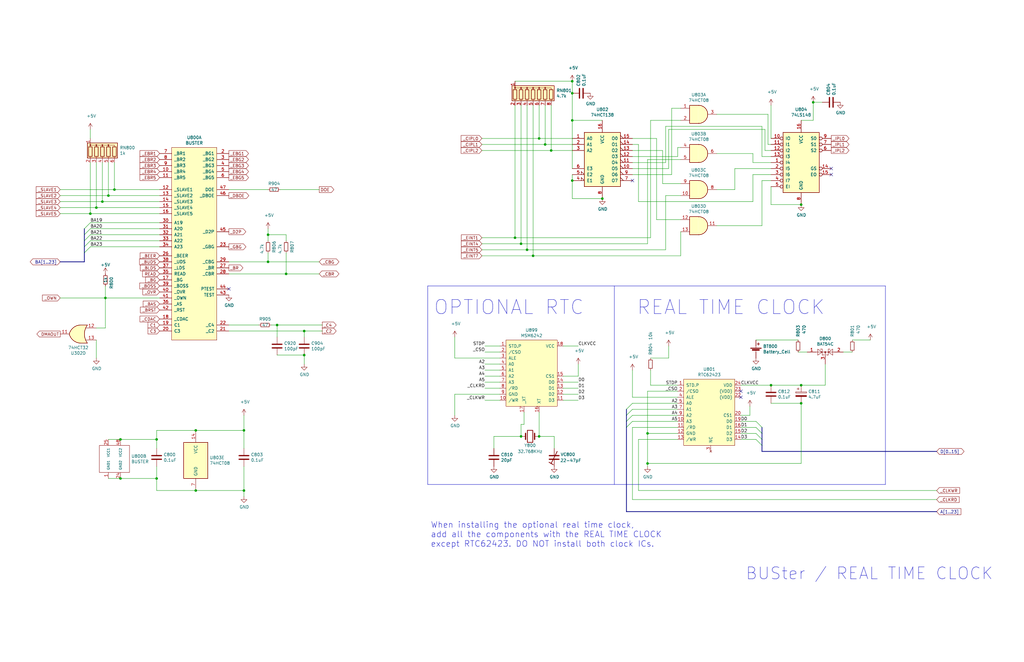
<source format=kicad_sch>
(kicad_sch (version 20230121) (generator eeschema)

  (uuid 6ee11da6-9233-4cb4-848b-3c005d3cf5a1)

  (paper "B")

  (title_block
    (title "Amiga 2000 EATX")
    (date "2023-03-10")
    (rev "3.0")
  )

  

  (junction (at 102.87 181.61) (diameter 0) (color 0 0 0 0)
    (uuid 04c08a72-19ab-4a99-9bbf-070545e581d3)
  )
  (junction (at 229.87 60.96) (diameter 0) (color 0 0 0 0)
    (uuid 0a39e5be-064f-48b9-bede-9cc6277b80e9)
  )
  (junction (at 254 83.82) (diameter 0) (color 0 0 0 0)
    (uuid 0c93cac0-457d-4f45-95ec-399b203ba8dc)
  )
  (junction (at 66.04 201.93) (diameter 0) (color 0 0 0 0)
    (uuid 2e3722f1-5383-4caa-86bc-95b76d0f69b6)
  )
  (junction (at 120.65 115.57) (diameter 0) (color 0 0 0 0)
    (uuid 30c1f7d4-a41c-4041-91eb-1f5257105aab)
  )
  (junction (at 241.3 34.29) (diameter 0) (color 0 0 0 0)
    (uuid 3e8d2ab5-0f1c-4a17-b61e-1dc5b560294f)
  )
  (junction (at 48.26 80.01) (diameter 0) (color 0 0 0 0)
    (uuid 45516bd4-2006-4e4c-88d7-86833484228c)
  )
  (junction (at 227.33 58.42) (diameter 0) (color 0 0 0 0)
    (uuid 48340c4e-0104-40a6-8541-4e266c25c185)
  )
  (junction (at 241.3 76.2) (diameter 0) (color 0 0 0 0)
    (uuid 4a205745-1447-4ad6-9e24-eeeefbae1a99)
  )
  (junction (at 102.87 207.01) (diameter 0) (color 0 0 0 0)
    (uuid 4bc9a64c-c463-4a22-a811-8fb550adb43b)
  )
  (junction (at 113.03 99.06) (diameter 0) (color 0 0 0 0)
    (uuid 5214e196-1c61-4492-92a0-45668713c093)
  )
  (junction (at 45.72 82.55) (diameter 0) (color 0 0 0 0)
    (uuid 542c27f1-68ec-413f-9f7f-ddab67363995)
  )
  (junction (at 82.55 181.61) (diameter 0) (color 0 0 0 0)
    (uuid 552fb78c-86bc-408e-a041-20b10bca94a1)
  )
  (junction (at 227.33 184.15) (diameter 0) (color 0 0 0 0)
    (uuid 56c0d267-43a6-45af-bb24-f6e35d682f0b)
  )
  (junction (at 219.71 102.87) (diameter 0) (color 0 0 0 0)
    (uuid 5d7a5e2a-1342-4414-8252-55a0d6b7db04)
  )
  (junction (at 217.17 100.33) (diameter 0) (color 0 0 0 0)
    (uuid 60bee1a6-cf31-4594-ba29-b2dd62e8abc8)
  )
  (junction (at 50.8 185.42) (diameter 0) (color 0 0 0 0)
    (uuid 64e10d42-6a8c-41ae-8bca-b4deb91a9b34)
  )
  (junction (at 128.27 139.7) (diameter 0) (color 0 0 0 0)
    (uuid 6a150dbe-6c9d-4cc5-ad2f-5519aa28b484)
  )
  (junction (at 224.79 107.95) (diameter 0) (color 0 0 0 0)
    (uuid 9025f98e-fd72-43a3-b43a-eeaa431d899c)
  )
  (junction (at 241.3 50.8) (diameter 0) (color 0 0 0 0)
    (uuid 9263f41c-98ba-4c28-a9a7-29c8ff32f109)
  )
  (junction (at 337.82 170.18) (diameter 0) (color 0 0 0 0)
    (uuid 9d17bdf0-d3d2-4086-a8c8-3f4e62282143)
  )
  (junction (at 128.27 149.86) (diameter 0) (color 0 0 0 0)
    (uuid 9e585fe0-5a50-4e4d-8e95-1ff659d1553f)
  )
  (junction (at 337.82 162.56) (diameter 0) (color 0 0 0 0)
    (uuid a03184a4-4802-4150-baab-90c742ee965b)
  )
  (junction (at 241.3 39.37) (diameter 0) (color 0 0 0 0)
    (uuid a0a0a085-35b0-4e5a-9f08-7b00761584a5)
  )
  (junction (at 325.12 162.56) (diameter 0) (color 0 0 0 0)
    (uuid c4dc783e-3de8-4b6f-aabf-c91323d48119)
  )
  (junction (at 50.8 201.93) (diameter 0) (color 0 0 0 0)
    (uuid ccae0e6c-91f5-4161-86ff-df55052c4542)
  )
  (junction (at 273.05 182.88) (diameter 0) (color 0 0 0 0)
    (uuid ce3b9f26-86e3-4fd0-a034-ccdd7e86116c)
  )
  (junction (at 66.04 185.42) (diameter 0) (color 0 0 0 0)
    (uuid ceed8139-e324-47ab-9c99-42d4fd07d433)
  )
  (junction (at 38.1 90.17) (diameter 0) (color 0 0 0 0)
    (uuid d080f0a9-9bd0-4826-9519-d06ddad253e8)
  )
  (junction (at 82.55 207.01) (diameter 0) (color 0 0 0 0)
    (uuid d8529ea9-cf37-4304-9ed4-87c474fca165)
  )
  (junction (at 342.9 43.18) (diameter 0) (color 0 0 0 0)
    (uuid df19dafe-afff-47c2-b718-c76148115935)
  )
  (junction (at 113.03 110.49) (diameter 0) (color 0 0 0 0)
    (uuid dfe91548-9190-43b6-a0a0-6c7d57c9580f)
  )
  (junction (at 232.41 63.5) (diameter 0) (color 0 0 0 0)
    (uuid e14cd05e-a1ec-486d-9470-50e8aadbfc65)
  )
  (junction (at 219.71 184.15) (diameter 0) (color 0 0 0 0)
    (uuid e42eb970-43ef-4d6f-a0ea-f5a2b3fec25b)
  )
  (junction (at 222.25 105.41) (diameter 0) (color 0 0 0 0)
    (uuid e60ffe67-fdee-435d-89b7-87951ec47088)
  )
  (junction (at 40.64 87.63) (diameter 0) (color 0 0 0 0)
    (uuid ebf48bc4-a86d-47fa-ab56-5a8ffb3be683)
  )
  (junction (at 273.05 195.58) (diameter 0) (color 0 0 0 0)
    (uuid f2f96372-2b9c-49d4-a75d-359aa1a938f3)
  )
  (junction (at 43.18 85.09) (diameter 0) (color 0 0 0 0)
    (uuid f3375207-577a-4ecf-9919-54e061a8096b)
  )
  (junction (at 337.82 86.36) (diameter 0) (color 0 0 0 0)
    (uuid f34822e7-5198-4967-9c41-aea24042e022)
  )
  (junction (at 44.45 125.73) (diameter 0) (color 0 0 0 0)
    (uuid f633b81b-e38a-4e08-92cc-8c0865ca9e85)
  )
  (junction (at 116.84 137.16) (diameter 0) (color 0 0 0 0)
    (uuid ff21efa2-a888-4338-ba2e-313070171bfb)
  )

  (no_connect (at 350.52 71.12) (uuid 01bb4641-e485-42a4-9f4d-f28943c88192))
  (no_connect (at 312.42 167.64) (uuid 519490eb-94c2-41b5-b923-ac3ee1e5c113))
  (no_connect (at 350.52 73.66) (uuid 53e91935-d77b-474a-84eb-a8e07f0fc8e2))
  (no_connect (at 312.42 165.1) (uuid b18948ad-d209-4f75-9239-3cfacbd0b994))
  (no_connect (at 96.52 121.92) (uuid d2d8944d-f0d4-4649-825a-4200f7d7c116))
  (no_connect (at 266.7 76.2) (uuid d3d0083b-ee4c-4cca-84b1-6c50a31ac38e))

  (bus_entry (at 266.7 172.72) (size -2.54 2.54)
    (stroke (width 0) (type default))
    (uuid 003cbeeb-5e5c-4096-bfbd-2d38755006fc)
  )
  (bus_entry (at 38.1 96.52) (size -2.54 2.54)
    (stroke (width 0) (type default))
    (uuid 05609923-f510-4409-9e12-29e6ff2c0771)
  )
  (bus_entry (at 38.1 99.06) (size -2.54 2.54)
    (stroke (width 0) (type default))
    (uuid 09d4336b-c81c-4cb4-9bf3-5291743dee63)
  )
  (bus_entry (at 38.1 104.14) (size -2.54 2.54)
    (stroke (width 0) (type default))
    (uuid 0f348ba9-cfec-49cb-90a2-28af03688341)
  )
  (bus_entry (at 38.1 93.98) (size -2.54 2.54)
    (stroke (width 0) (type default))
    (uuid 2d54d33d-27c4-476e-8df8-e6c168f19105)
  )
  (bus_entry (at 318.77 185.42) (size 2.54 2.54)
    (stroke (width 0) (type default))
    (uuid 47f75ed6-5354-4c2d-859b-3d649ee1842f)
  )
  (bus_entry (at 318.77 177.8) (size 2.54 2.54)
    (stroke (width 0) (type default))
    (uuid 4aa59c95-492a-4332-9c30-c7e73a9b151c)
  )
  (bus_entry (at 266.7 175.26) (size -2.54 2.54)
    (stroke (width 0) (type default))
    (uuid 4f2e4c81-dba3-4ae3-8018-b5d2d7123b6f)
  )
  (bus_entry (at 38.1 101.6) (size -2.54 2.54)
    (stroke (width 0) (type default))
    (uuid 938fa9fa-9490-47ef-bbe3-024b5abdde77)
  )
  (bus_entry (at 318.77 180.34) (size 2.54 2.54)
    (stroke (width 0) (type default))
    (uuid a391a83c-4757-4921-ac03-bedd2080170d)
  )
  (bus_entry (at 266.7 170.18) (size -2.54 2.54)
    (stroke (width 0) (type default))
    (uuid aea583d5-1915-4155-b7b2-ea654e6695f5)
  )
  (bus_entry (at 318.77 182.88) (size 2.54 2.54)
    (stroke (width 0) (type default))
    (uuid d2412d42-332e-432a-9380-846411ad8ced)
  )
  (bus_entry (at 266.7 177.8) (size -2.54 2.54)
    (stroke (width 0) (type default))
    (uuid d89cada6-5377-484d-87ca-2a250c965578)
  )

  (wire (pts (xy 281.94 54.61) (xy 322.58 54.61))
    (stroke (width 0) (type default))
    (uuid 01a58679-43b4-40d4-ae6d-c881e744458f)
  )
  (wire (pts (xy 317.5 64.77) (xy 317.5 68.58))
    (stroke (width 0) (type default))
    (uuid 01fddd41-5a93-47fc-9ad1-e99063aea8c0)
  )
  (wire (pts (xy 66.04 201.93) (xy 66.04 207.01))
    (stroke (width 0) (type default))
    (uuid 029d7bf5-376f-457d-b8d7-f6f1c9dd8603)
  )
  (wire (pts (xy 359.41 143.51) (xy 367.03 143.51))
    (stroke (width 0) (type default))
    (uuid 03e41034-10e3-4ee5-b4bc-6cccc9c3d038)
  )
  (wire (pts (xy 274.32 162.56) (xy 274.32 156.21))
    (stroke (width 0) (type default))
    (uuid 04e03a37-89ef-4e6b-aed1-0ed2222c2256)
  )
  (wire (pts (xy 40.64 138.43) (xy 44.45 138.43))
    (stroke (width 0) (type default))
    (uuid 05652b68-8e75-4ef4-89c3-887d9e254ef6)
  )
  (wire (pts (xy 102.87 209.55) (xy 102.87 207.01))
    (stroke (width 0) (type default))
    (uuid 05889d26-8f23-4328-8a82-49f50d663329)
  )
  (wire (pts (xy 25.4 125.73) (xy 44.45 125.73))
    (stroke (width 0) (type default))
    (uuid 0650df0e-ec38-4eff-91cf-e80edf677d79)
  )
  (wire (pts (xy 227.33 44.45) (xy 227.33 58.42))
    (stroke (width 0) (type default))
    (uuid 069dadd3-5dcc-4e7e-b7be-200772d70fc0)
  )
  (wire (pts (xy 243.84 158.75) (xy 243.84 153.67))
    (stroke (width 0) (type default))
    (uuid 0794db53-7fbd-4762-af45-ea95105a3f09)
  )
  (wire (pts (xy 210.82 151.13) (xy 191.77 151.13))
    (stroke (width 0) (type default))
    (uuid 090d6cad-9821-4351-92e5-a0f763ed2c47)
  )
  (wire (pts (xy 67.31 80.01) (xy 48.26 80.01))
    (stroke (width 0) (type default))
    (uuid 094c76ae-949a-42bf-9242-839f2a2be9bf)
  )
  (wire (pts (xy 318.77 143.51) (xy 336.55 143.51))
    (stroke (width 0) (type default))
    (uuid 096f0a3b-f91c-4116-a3ec-58a67bb589a2)
  )
  (wire (pts (xy 266.7 73.66) (xy 283.21 73.66))
    (stroke (width 0) (type default))
    (uuid 0a57e397-9cb6-4a42-abd2-1ae069e26c31)
  )
  (wire (pts (xy 336.55 148.59) (xy 340.36 148.59))
    (stroke (width 0) (type default))
    (uuid 0a6362a4-44de-4d3e-a1d4-15dd0651382b)
  )
  (wire (pts (xy 312.42 177.8) (xy 318.77 177.8))
    (stroke (width 0) (type default))
    (uuid 0b0c763e-8248-4b0b-ac39-fc55a226f60d)
  )
  (wire (pts (xy 48.26 68.58) (xy 48.26 80.01))
    (stroke (width 0) (type default))
    (uuid 0be67bf0-9c1f-4f82-82c9-29dd6060c669)
  )
  (bus (pts (xy 264.16 175.26) (xy 264.16 177.8))
    (stroke (width 0) (type default))
    (uuid 0bea0166-a4ac-43e0-ad53-403dcf5d0fb3)
  )
  (bus (pts (xy 264.16 172.72) (xy 264.16 175.26))
    (stroke (width 0) (type default))
    (uuid 0e400459-4f40-47e2-af11-b0ff2ec9af11)
  )

  (wire (pts (xy 266.7 167.64) (xy 285.75 167.64))
    (stroke (width 0) (type default))
    (uuid 0fa4b951-2b0e-4b69-a5ef-40f891833257)
  )
  (wire (pts (xy 323.85 48.26) (xy 302.26 48.26))
    (stroke (width 0) (type default))
    (uuid 1016124b-930a-4ce8-85fa-c02a2be0fa6b)
  )
  (wire (pts (xy 219.71 184.15) (xy 208.28 184.15))
    (stroke (width 0) (type default))
    (uuid 10a8c123-9eb9-4e13-9025-9ff88e10fc4d)
  )
  (wire (pts (xy 325.12 58.42) (xy 325.12 44.45))
    (stroke (width 0) (type default))
    (uuid 11d4d274-09c8-4557-a6af-418d0548daed)
  )
  (wire (pts (xy 309.88 80.01) (xy 309.88 71.12))
    (stroke (width 0) (type default))
    (uuid 12635d4a-fa85-4fdd-a1e6-a6ad0eb695d2)
  )
  (wire (pts (xy 50.8 201.93) (xy 66.04 201.93))
    (stroke (width 0) (type default))
    (uuid 12d8c8ef-8bae-4c01-bb88-8c77edb336e1)
  )
  (wire (pts (xy 210.82 161.29) (xy 204.47 161.29))
    (stroke (width 0) (type default))
    (uuid 18dad2c3-420f-4064-b60f-d19e40d696ac)
  )
  (wire (pts (xy 317.5 73.66) (xy 325.12 73.66))
    (stroke (width 0) (type default))
    (uuid 1d1b57e5-e8a0-40c6-b4d2-f18ff10d0592)
  )
  (wire (pts (xy 43.18 68.58) (xy 43.18 85.09))
    (stroke (width 0) (type default))
    (uuid 1d4ff421-a096-41a5-a5cd-84276f917e13)
  )
  (wire (pts (xy 203.2 107.95) (xy 224.79 107.95))
    (stroke (width 0) (type default))
    (uuid 1e2c8394-64b5-475e-b112-d7b5efd0f1a3)
  )
  (wire (pts (xy 45.72 201.93) (xy 50.8 201.93))
    (stroke (width 0) (type default))
    (uuid 1f6ef63f-f88b-4c98-a307-fcc59d7eca95)
  )
  (wire (pts (xy 67.31 85.09) (xy 43.18 85.09))
    (stroke (width 0) (type default))
    (uuid 1fe1dda6-3671-4186-8f06-f061e96ba969)
  )
  (wire (pts (xy 317.5 68.58) (xy 325.12 68.58))
    (stroke (width 0) (type default))
    (uuid 20039d25-8b5f-4bf0-8540-267dce7783f2)
  )
  (wire (pts (xy 325.12 86.36) (xy 337.82 86.36))
    (stroke (width 0) (type default))
    (uuid 21b1c4b3-22d7-4087-b376-8dcd18893b2e)
  )
  (wire (pts (xy 266.7 210.82) (xy 266.7 180.34))
    (stroke (width 0) (type default))
    (uuid 22371dc1-7908-4b7d-8f87-925c2bdbee87)
  )
  (wire (pts (xy 210.82 158.75) (xy 204.47 158.75))
    (stroke (width 0) (type default))
    (uuid 2348745f-a0e3-4301-9afb-1ee80684f034)
  )
  (wire (pts (xy 237.49 161.29) (xy 243.84 161.29))
    (stroke (width 0) (type default))
    (uuid 2414f7b7-5596-43da-af2a-930fdc1720c4)
  )
  (bus (pts (xy 35.56 99.06) (xy 35.56 101.6))
    (stroke (width 0) (type default))
    (uuid 251b6170-1e54-4d80-8b99-63d69eacfaa8)
  )

  (wire (pts (xy 273.05 195.58) (xy 273.05 196.85))
    (stroke (width 0) (type default))
    (uuid 25667532-988a-43cb-8ae0-3090c5dc22ce)
  )
  (bus (pts (xy 264.16 177.8) (xy 264.16 180.34))
    (stroke (width 0) (type default))
    (uuid 25b5f9be-b74b-499b-b67a-709fe0b3ac66)
  )

  (wire (pts (xy 266.7 60.96) (xy 269.24 60.96))
    (stroke (width 0) (type default))
    (uuid 269ac8ee-e44a-4e96-83ed-5d4bc1724eef)
  )
  (wire (pts (xy 38.1 90.17) (xy 25.4 90.17))
    (stroke (width 0) (type default))
    (uuid 28dba06b-ca39-4f67-a224-2b36a8164f53)
  )
  (wire (pts (xy 210.82 153.67) (xy 204.47 153.67))
    (stroke (width 0) (type default))
    (uuid 29ef2103-77ea-4b8c-9d65-953c8978cfec)
  )
  (wire (pts (xy 237.49 166.37) (xy 243.84 166.37))
    (stroke (width 0) (type default))
    (uuid 2c80e62f-8dd9-4d7a-8186-b047d30c3dfb)
  )
  (bus (pts (xy 35.56 106.68) (xy 35.56 110.49))
    (stroke (width 0) (type default))
    (uuid 2d5c0dbe-a8ec-4a87-a65a-6920f9847632)
  )

  (wire (pts (xy 44.45 120.65) (xy 44.45 125.73))
    (stroke (width 0) (type default))
    (uuid 2d88be93-4755-44da-bcd7-6bddacc557a5)
  )
  (wire (pts (xy 280.67 82.55) (xy 287.02 82.55))
    (stroke (width 0) (type default))
    (uuid 2e052789-cda1-4313-8014-dcb79017fea8)
  )
  (wire (pts (xy 203.2 60.96) (xy 229.87 60.96))
    (stroke (width 0) (type default))
    (uuid 306ec0f2-434c-4b71-b5c1-f6788b948400)
  )
  (bus (pts (xy 321.31 182.88) (xy 321.31 185.42))
    (stroke (width 0) (type default))
    (uuid 3161d8a1-ea06-4e3a-9167-1ee93aedc545)
  )

  (wire (pts (xy 96.52 80.01) (xy 113.03 80.01))
    (stroke (width 0) (type default))
    (uuid 31b1110f-cd81-434f-bfed-9e5520d82d8e)
  )
  (wire (pts (xy 222.25 105.41) (xy 280.67 105.41))
    (stroke (width 0) (type default))
    (uuid 31ca5c79-998f-461c-82e6-1c373f3c33d5)
  )
  (bus (pts (xy 35.56 110.49) (xy 25.4 110.49))
    (stroke (width 0) (type default))
    (uuid 31edd60c-f300-4e52-9e84-962cd54ac932)
  )

  (wire (pts (xy 285.75 66.04) (xy 285.75 62.23))
    (stroke (width 0) (type default))
    (uuid 33b0a868-d120-484f-8983-94752d913c83)
  )
  (wire (pts (xy 96.52 139.7) (xy 128.27 139.7))
    (stroke (width 0) (type default))
    (uuid 341ffb94-156e-47ea-bfc3-c9e741bd33f7)
  )
  (wire (pts (xy 208.28 184.15) (xy 208.28 189.23))
    (stroke (width 0) (type default))
    (uuid 34e96596-3588-4ce2-8975-26c99d4ef9b7)
  )
  (wire (pts (xy 40.64 68.58) (xy 40.64 87.63))
    (stroke (width 0) (type default))
    (uuid 3679ba10-34f9-4b7e-914e-3d5d53a9b549)
  )
  (wire (pts (xy 82.55 207.01) (xy 102.87 207.01))
    (stroke (width 0) (type default))
    (uuid 37d86640-1afb-49ea-a06c-2120f32f71b6)
  )
  (bus (pts (xy 321.31 180.34) (xy 321.31 182.88))
    (stroke (width 0) (type default))
    (uuid 38ca6daf-8fb6-4f84-b605-536eff48cec5)
  )

  (wire (pts (xy 325.12 170.18) (xy 337.82 170.18))
    (stroke (width 0) (type default))
    (uuid 3a03274f-d1d3-4099-8f96-fdcf67cf11ac)
  )
  (bus (pts (xy 35.56 101.6) (xy 35.56 104.14))
    (stroke (width 0) (type default))
    (uuid 3a43b67c-cd54-4486-ba51-3dc7e59b059c)
  )

  (wire (pts (xy 285.75 175.26) (xy 266.7 175.26))
    (stroke (width 0) (type default))
    (uuid 3a79a339-1cf1-4de3-88a3-154d2f7cc796)
  )
  (wire (pts (xy 280.67 68.58) (xy 280.67 53.34))
    (stroke (width 0) (type default))
    (uuid 3bf6f19b-ff83-458c-8d9b-0945695e0481)
  )
  (wire (pts (xy 224.79 44.45) (xy 224.79 107.95))
    (stroke (width 0) (type default))
    (uuid 3c9c9b6b-40ea-4285-bbe1-adcf43ce873f)
  )
  (wire (pts (xy 241.3 60.96) (xy 229.87 60.96))
    (stroke (width 0) (type default))
    (uuid 3ca2d858-fe95-4a9a-88cf-3fd6091e3e06)
  )
  (wire (pts (xy 210.82 166.37) (xy 191.77 166.37))
    (stroke (width 0) (type default))
    (uuid 3ea239e1-b09a-44d2-a7b1-465874a5101d)
  )
  (wire (pts (xy 241.3 73.66) (xy 241.3 76.2))
    (stroke (width 0) (type default))
    (uuid 3eb2bd39-d5d8-44c3-8aa0-15f2f54c17bc)
  )
  (wire (pts (xy 325.12 60.96) (xy 323.85 60.96))
    (stroke (width 0) (type default))
    (uuid 3f5bc9c9-5dde-41e1-a1db-045be4cc03f4)
  )
  (wire (pts (xy 96.52 115.57) (xy 120.65 115.57))
    (stroke (width 0) (type default))
    (uuid 414409be-8870-4a27-b066-9e81123d0914)
  )
  (wire (pts (xy 285.75 177.8) (xy 266.7 177.8))
    (stroke (width 0) (type default))
    (uuid 4298469c-056d-43da-b667-4b14dee8d26e)
  )
  (wire (pts (xy 241.3 39.37) (xy 241.3 34.29))
    (stroke (width 0) (type default))
    (uuid 42d0e88c-8483-45d5-b62d-9d3c82adf80d)
  )
  (wire (pts (xy 337.82 50.8) (xy 342.9 50.8))
    (stroke (width 0) (type default))
    (uuid 42d4813b-d80a-4477-bf57-4399c974c995)
  )
  (wire (pts (xy 323.85 60.96) (xy 323.85 48.26))
    (stroke (width 0) (type default))
    (uuid 42e5dc7c-ba18-4da7-b62c-740879166634)
  )
  (wire (pts (xy 96.52 137.16) (xy 109.22 137.16))
    (stroke (width 0) (type default))
    (uuid 4363ff0f-7e8e-4942-8116-a0702721b7c7)
  )
  (wire (pts (xy 113.03 110.49) (xy 134.62 110.49))
    (stroke (width 0) (type default))
    (uuid 44e2acdf-2d7d-4ec8-8828-93da23b8b1c9)
  )
  (wire (pts (xy 229.87 44.45) (xy 229.87 60.96))
    (stroke (width 0) (type default))
    (uuid 4506f023-6153-4527-aaf3-85f30366eb91)
  )
  (wire (pts (xy 269.24 207.01) (xy 269.24 185.42))
    (stroke (width 0) (type default))
    (uuid 45d60c89-c1ed-4969-8fc7-a7efcb32b1b7)
  )
  (wire (pts (xy 302.26 95.25) (xy 321.31 95.25))
    (stroke (width 0) (type default))
    (uuid 4661574f-22f7-4bf7-9efc-097924ff640c)
  )
  (wire (pts (xy 220.98 179.07) (xy 219.71 179.07))
    (stroke (width 0) (type default))
    (uuid 47620c33-d0ef-4ce3-a413-6e45ce872e2c)
  )
  (wire (pts (xy 67.31 87.63) (xy 40.64 87.63))
    (stroke (width 0) (type default))
    (uuid 47888be1-172b-49d4-9f88-834d5a3a1324)
  )
  (wire (pts (xy 210.82 148.59) (xy 204.47 148.59))
    (stroke (width 0) (type default))
    (uuid 4944620b-1863-417b-9c1d-64b2727286ab)
  )
  (wire (pts (xy 66.04 181.61) (xy 82.55 181.61))
    (stroke (width 0) (type default))
    (uuid 4983dc7a-3969-461f-9654-1784e37c0be9)
  )
  (wire (pts (xy 254 50.8) (xy 241.3 50.8))
    (stroke (width 0) (type default))
    (uuid 49aa82f6-5e55-41cd-9103-a3a365393498)
  )
  (wire (pts (xy 287.02 107.95) (xy 287.02 97.79))
    (stroke (width 0) (type default))
    (uuid 4af7a1e1-7446-4568-a27e-a8ea10fc8739)
  )
  (wire (pts (xy 128.27 142.24) (xy 128.27 139.7))
    (stroke (width 0) (type default))
    (uuid 4c504887-fe55-46a9-a10b-7c8e812ee820)
  )
  (wire (pts (xy 217.17 44.45) (xy 217.17 100.33))
    (stroke (width 0) (type default))
    (uuid 4dfeb5cd-646a-446a-80b6-2dc719c416f9)
  )
  (wire (pts (xy 217.17 100.33) (xy 274.32 100.33))
    (stroke (width 0) (type default))
    (uuid 4f426121-e3c6-4088-8b74-0632c85ea522)
  )
  (wire (pts (xy 82.55 181.61) (xy 102.87 181.61))
    (stroke (width 0) (type default))
    (uuid 506a2952-4e1c-4347-bf5d-2574e56094ac)
  )
  (wire (pts (xy 67.31 101.6) (xy 38.1 101.6))
    (stroke (width 0) (type default))
    (uuid 50e73dd1-8606-42e4-a54d-4eb4ca191f01)
  )
  (wire (pts (xy 66.04 207.01) (xy 82.55 207.01))
    (stroke (width 0) (type default))
    (uuid 51d21aef-68c7-4b97-aeb2-559e85e15888)
  )
  (wire (pts (xy 113.03 99.06) (xy 120.65 99.06))
    (stroke (width 0) (type default))
    (uuid 5399370a-f6ad-4721-a0ab-e76002886bd4)
  )
  (wire (pts (xy 219.71 44.45) (xy 219.71 102.87))
    (stroke (width 0) (type default))
    (uuid 5679ce1c-9d40-4f68-8289-40ba3909ae7c)
  )
  (wire (pts (xy 325.12 162.56) (xy 337.82 162.56))
    (stroke (width 0) (type default))
    (uuid 58d67049-3b9e-45d9-aa40-a753626470a7)
  )
  (wire (pts (xy 302.26 64.77) (xy 317.5 64.77))
    (stroke (width 0) (type default))
    (uuid 590502fc-2874-4788-8086-b16ed7cd2e16)
  )
  (wire (pts (xy 210.82 146.05) (xy 204.47 146.05))
    (stroke (width 0) (type default))
    (uuid 5bb4d2bb-2418-453b-a8b1-817f176eb901)
  )
  (bus (pts (xy 321.31 187.96) (xy 321.31 190.5))
    (stroke (width 0) (type default))
    (uuid 5bf2e876-03d5-4160-9fd5-69236a7a2326)
  )

  (wire (pts (xy 337.82 195.58) (xy 273.05 195.58))
    (stroke (width 0) (type default))
    (uuid 5c13d21b-a234-4c69-bd7b-5904b32e8d9b)
  )
  (bus (pts (xy 321.31 185.42) (xy 321.31 187.96))
    (stroke (width 0) (type default))
    (uuid 5c3b9790-6a4c-4e17-8f19-2139ec3ab8e4)
  )

  (wire (pts (xy 273.05 102.87) (xy 273.05 67.31))
    (stroke (width 0) (type default))
    (uuid 5c8eba8d-cafe-4aca-939a-8cbd1f2f83ef)
  )
  (wire (pts (xy 279.4 63.5) (xy 279.4 77.47))
    (stroke (width 0) (type default))
    (uuid 5d314231-35dc-4f73-abc7-6be661e80da5)
  )
  (wire (pts (xy 203.2 102.87) (xy 219.71 102.87))
    (stroke (width 0) (type default))
    (uuid 5e2a62fa-ec06-4078-a711-a56a7fe10560)
  )
  (wire (pts (xy 285.75 162.56) (xy 274.32 162.56))
    (stroke (width 0) (type default))
    (uuid 5efdec75-d708-43f9-8774-a537c0a12146)
  )
  (wire (pts (xy 285.75 182.88) (xy 273.05 182.88))
    (stroke (width 0) (type default))
    (uuid 605bcc42-d963-4d9e-8979-366423d9d15f)
  )
  (wire (pts (xy 120.65 106.68) (xy 120.65 115.57))
    (stroke (width 0) (type default))
    (uuid 60dd6ddd-7870-4993-873d-bc41f3e30035)
  )
  (polyline (pts (xy 180.34 204.47) (xy 180.34 120.65))
    (stroke (width 0) (type default))
    (uuid 614a212f-df6e-4c24-9234-abd02e7d52c9)
  )

  (wire (pts (xy 220.98 173.99) (xy 220.98 179.07))
    (stroke (width 0) (type default))
    (uuid 618d0320-897e-4bb8-bef5-1aa27ce7b6b7)
  )
  (wire (pts (xy 241.3 58.42) (xy 227.33 58.42))
    (stroke (width 0) (type default))
    (uuid 61f99862-7148-448c-926e-a69be371ff65)
  )
  (wire (pts (xy 325.12 78.74) (xy 325.12 86.36))
    (stroke (width 0) (type default))
    (uuid 620d40d5-df77-4ff9-8fa4-66d4aa15b688)
  )
  (wire (pts (xy 312.42 182.88) (xy 318.77 182.88))
    (stroke (width 0) (type default))
    (uuid 633a14ce-5744-407a-b420-7ec59656e4a3)
  )
  (wire (pts (xy 219.71 179.07) (xy 219.71 184.15))
    (stroke (width 0) (type default))
    (uuid 643f1f9a-0d09-4c1e-998a-3aeefee9c4ea)
  )
  (wire (pts (xy 67.31 82.55) (xy 45.72 82.55))
    (stroke (width 0) (type default))
    (uuid 644b35ab-32e0-4e27-8384-707c8bd5b14a)
  )
  (wire (pts (xy 274.32 50.8) (xy 287.02 50.8))
    (stroke (width 0) (type default))
    (uuid 65219012-d294-479c-84a4-17e82d4c9631)
  )
  (wire (pts (xy 274.32 151.13) (xy 281.94 151.13))
    (stroke (width 0) (type default))
    (uuid 672dbdd4-4c2e-4e29-b557-29b848b3a00a)
  )
  (wire (pts (xy 102.87 189.23) (xy 102.87 181.61))
    (stroke (width 0) (type default))
    (uuid 69339ec7-55de-4797-8e9b-43a159b0b0d9)
  )
  (wire (pts (xy 50.8 185.42) (xy 66.04 185.42))
    (stroke (width 0) (type default))
    (uuid 696849bb-b37c-4163-9873-9188c7c464fb)
  )
  (wire (pts (xy 394.97 210.82) (xy 266.7 210.82))
    (stroke (width 0) (type default))
    (uuid 6acf9489-a267-44d6-962b-abd69b32df94)
  )
  (wire (pts (xy 269.24 60.96) (xy 269.24 85.09))
    (stroke (width 0) (type default))
    (uuid 6c0ef485-e1bc-4559-8ddb-736c1340293f)
  )
  (wire (pts (xy 273.05 67.31) (xy 287.02 67.31))
    (stroke (width 0) (type default))
    (uuid 6c54cfea-9b83-4a22-a2b1-8622f943c634)
  )
  (wire (pts (xy 302.26 80.01) (xy 309.88 80.01))
    (stroke (width 0) (type default))
    (uuid 6ccd6835-f593-45fd-91f3-06344eb05d11)
  )
  (wire (pts (xy 285.75 170.18) (xy 266.7 170.18))
    (stroke (width 0) (type default))
    (uuid 6deb2298-6741-4181-b033-74ecce389230)
  )
  (wire (pts (xy 312.42 162.56) (xy 325.12 162.56))
    (stroke (width 0) (type default))
    (uuid 6f50d319-9450-404a-9630-562dcd1f008e)
  )
  (wire (pts (xy 128.27 139.7) (xy 135.89 139.7))
    (stroke (width 0) (type default))
    (uuid 704248c3-8b78-4a7f-9572-b2fbf15b2232)
  )
  (bus (pts (xy 321.31 190.5) (xy 394.97 190.5))
    (stroke (width 0) (type default))
    (uuid 711ece1d-5e52-408a-8851-1d322358066d)
  )

  (wire (pts (xy 281.94 151.13) (xy 281.94 146.05))
    (stroke (width 0) (type default))
    (uuid 7216b5c0-0723-4e75-9803-89a649ecf50a)
  )
  (wire (pts (xy 67.31 90.17) (xy 38.1 90.17))
    (stroke (width 0) (type default))
    (uuid 725b1e7a-3dd9-4d1c-9e77-53511442bd05)
  )
  (wire (pts (xy 113.03 99.06) (xy 113.03 96.52))
    (stroke (width 0) (type default))
    (uuid 7502683d-a44d-4c86-964d-f9f2a761a8a7)
  )
  (wire (pts (xy 312.42 185.42) (xy 318.77 185.42))
    (stroke (width 0) (type default))
    (uuid 76a03634-80c8-471a-8395-41e02f483603)
  )
  (wire (pts (xy 276.86 58.42) (xy 276.86 92.71))
    (stroke (width 0) (type default))
    (uuid 77738c8d-f1c0-4d23-90aa-0630ba8f8531)
  )
  (wire (pts (xy 266.7 71.12) (xy 281.94 71.12))
    (stroke (width 0) (type default))
    (uuid 78058ea1-b78f-4ea5-bb6e-14edd8493578)
  )
  (wire (pts (xy 48.26 80.01) (xy 25.4 80.01))
    (stroke (width 0) (type default))
    (uuid 7a9d284b-cb79-4906-b655-4842018643ad)
  )
  (wire (pts (xy 191.77 166.37) (xy 191.77 175.26))
    (stroke (width 0) (type default))
    (uuid 7e569625-70b3-4017-ae54-aa94ed72fe00)
  )
  (wire (pts (xy 113.03 101.6) (xy 113.03 99.06))
    (stroke (width 0) (type default))
    (uuid 804b5e3f-75ee-4b4c-9598-bcc63ea54524)
  )
  (wire (pts (xy 45.72 82.55) (xy 25.4 82.55))
    (stroke (width 0) (type default))
    (uuid 80acd68b-326b-4864-9a1f-26f2c40fdd8a)
  )
  (polyline (pts (xy 180.34 120.65) (xy 373.38 120.65))
    (stroke (width 0) (type default))
    (uuid 81e9c47a-b186-4b9b-ac61-737d9608bfea)
  )

  (wire (pts (xy 266.7 58.42) (xy 276.86 58.42))
    (stroke (width 0) (type default))
    (uuid 83f982c2-292d-4b39-ba30-09058d298d4e)
  )
  (wire (pts (xy 203.2 63.5) (xy 232.41 63.5))
    (stroke (width 0) (type default))
    (uuid 866aebaf-9eef-4e08-94a2-59a7f88e311b)
  )
  (wire (pts (xy 227.33 58.42) (xy 203.2 58.42))
    (stroke (width 0) (type default))
    (uuid 86afff23-7a7e-4a40-914c-de4f1a649b58)
  )
  (wire (pts (xy 241.3 50.8) (xy 241.3 39.37))
    (stroke (width 0) (type default))
    (uuid 872a1cff-e11f-4dfc-b4e3-e18da9ac2edf)
  )
  (wire (pts (xy 241.3 83.82) (xy 254 83.82))
    (stroke (width 0) (type default))
    (uuid 8cff5b2f-3e54-45f4-93b5-2e5aef9c386d)
  )
  (wire (pts (xy 38.1 58.42) (xy 38.1 54.61))
    (stroke (width 0) (type default))
    (uuid 90c1139a-68fa-4a84-ab50-43d3c404b02c)
  )
  (wire (pts (xy 321.31 53.34) (xy 321.31 66.04))
    (stroke (width 0) (type default))
    (uuid 914b48ff-a4e8-4b26-9939-af1b8836e135)
  )
  (wire (pts (xy 67.31 96.52) (xy 38.1 96.52))
    (stroke (width 0) (type default))
    (uuid 9163d51a-0a92-4785-897c-17e0eaa90ed4)
  )
  (wire (pts (xy 273.05 182.88) (xy 273.05 195.58))
    (stroke (width 0) (type default))
    (uuid 9230cf3b-37d9-4480-99a9-e28f4904e995)
  )
  (wire (pts (xy 227.33 184.15) (xy 227.33 173.99))
    (stroke (width 0) (type default))
    (uuid 943cd5fc-868e-4a7a-82fa-0dd533d47069)
  )
  (wire (pts (xy 210.82 163.83) (xy 204.47 163.83))
    (stroke (width 0) (type default))
    (uuid 943e65f2-7add-4f6f-bf0e-ff9af9e4c0b6)
  )
  (wire (pts (xy 322.58 54.61) (xy 322.58 63.5))
    (stroke (width 0) (type default))
    (uuid 95011c67-8c03-4f3f-b394-99df94bad25b)
  )
  (wire (pts (xy 45.72 68.58) (xy 45.72 82.55))
    (stroke (width 0) (type default))
    (uuid 971a9102-ba3a-47f1-a7a8-9e3f4f44c7af)
  )
  (wire (pts (xy 67.31 104.14) (xy 38.1 104.14))
    (stroke (width 0) (type default))
    (uuid 976bd2ba-7fcf-497d-9b8f-3a2e6ac60c3f)
  )
  (wire (pts (xy 116.84 149.86) (xy 128.27 149.86))
    (stroke (width 0) (type default))
    (uuid 9930a466-8982-4178-9047-4c83566637e6)
  )
  (wire (pts (xy 281.94 71.12) (xy 281.94 54.61))
    (stroke (width 0) (type default))
    (uuid 99381e20-ff55-4202-9c39-a8670259e8cc)
  )
  (polyline (pts (xy 180.34 204.47) (xy 373.38 204.47))
    (stroke (width 0) (type default))
    (uuid 9a2edbec-f108-42c4-b8e0-83d1ccb79a49)
  )

  (wire (pts (xy 210.82 156.21) (xy 204.47 156.21))
    (stroke (width 0) (type default))
    (uuid 9c72e074-0acc-4ba9-8693-ad2907c9f77c)
  )
  (wire (pts (xy 66.04 185.42) (xy 66.04 181.61))
    (stroke (width 0) (type default))
    (uuid 9ce4c209-78c3-4840-809f-6ae2a6a22d8f)
  )
  (wire (pts (xy 113.03 106.68) (xy 113.03 110.49))
    (stroke (width 0) (type default))
    (uuid 9e94b4cf-66f0-4c68-9d94-2591d1421bfc)
  )
  (polyline (pts (xy 373.38 204.47) (xy 373.38 120.65))
    (stroke (width 0) (type default))
    (uuid 9fc58392-1f39-4616-a268-2263fd62d6c5)
  )

  (wire (pts (xy 237.49 168.91) (xy 243.84 168.91))
    (stroke (width 0) (type default))
    (uuid a0fbad08-d2f0-4b8c-b810-feb804d86786)
  )
  (wire (pts (xy 321.31 76.2) (xy 325.12 76.2))
    (stroke (width 0) (type default))
    (uuid a2e3d958-ca2b-41f1-a01a-a43fe66035be)
  )
  (wire (pts (xy 232.41 63.5) (xy 241.3 63.5))
    (stroke (width 0) (type default))
    (uuid a5583fd3-4e04-4df0-ab91-45bc30800def)
  )
  (wire (pts (xy 276.86 92.71) (xy 287.02 92.71))
    (stroke (width 0) (type default))
    (uuid a8f83258-201f-46b6-b77d-5d3de9079eb1)
  )
  (wire (pts (xy 321.31 95.25) (xy 321.31 76.2))
    (stroke (width 0) (type default))
    (uuid a99929ab-b0c2-4cf2-a57b-df1a8d1dcf10)
  )
  (wire (pts (xy 283.21 45.72) (xy 287.02 45.72))
    (stroke (width 0) (type default))
    (uuid aa69db79-ce02-48d7-b13f-beb0afd0dfd4)
  )
  (wire (pts (xy 312.42 175.26) (xy 316.23 175.26))
    (stroke (width 0) (type default))
    (uuid aaa8cb11-6470-4f15-8688-a54f2f1f193f)
  )
  (wire (pts (xy 114.3 137.16) (xy 116.84 137.16))
    (stroke (width 0) (type default))
    (uuid abc97c87-4dfd-4965-8138-a7180dec1a21)
  )
  (wire (pts (xy 67.31 99.06) (xy 38.1 99.06))
    (stroke (width 0) (type default))
    (uuid ac005c45-53ff-4476-84e2-fffdea485c2c)
  )
  (wire (pts (xy 337.82 162.56) (xy 347.98 162.56))
    (stroke (width 0) (type default))
    (uuid af1c1c2c-2998-4bd9-b5b6-8740cefe9188)
  )
  (bus (pts (xy 35.56 104.14) (xy 35.56 106.68))
    (stroke (width 0) (type default))
    (uuid b11b0d62-9029-4576-a034-4e01a7e34614)
  )

  (wire (pts (xy 128.27 149.86) (xy 128.27 153.67))
    (stroke (width 0) (type default))
    (uuid b1261808-8309-439d-9cf5-814a5442c6af)
  )
  (wire (pts (xy 285.75 185.42) (xy 269.24 185.42))
    (stroke (width 0) (type default))
    (uuid b1345cd0-ff50-45b4-9773-ecac2d641953)
  )
  (wire (pts (xy 285.75 62.23) (xy 287.02 62.23))
    (stroke (width 0) (type default))
    (uuid b174c3d9-4290-480a-a182-80b44e33cb05)
  )
  (wire (pts (xy 44.45 125.73) (xy 44.45 138.43))
    (stroke (width 0) (type default))
    (uuid b5823b19-6bfb-4c96-a2fc-14cb7747bdcd)
  )
  (wire (pts (xy 44.45 125.73) (xy 67.31 125.73))
    (stroke (width 0) (type default))
    (uuid b6003091-4d5a-478b-ad58-706f6a637b3f)
  )
  (wire (pts (xy 322.58 63.5) (xy 325.12 63.5))
    (stroke (width 0) (type default))
    (uuid b956f107-a124-4d13-9c78-846f5803bebc)
  )
  (wire (pts (xy 280.67 53.34) (xy 321.31 53.34))
    (stroke (width 0) (type default))
    (uuid b9f52b4f-0d06-4dc1-ab39-7daf3e367e02)
  )
  (wire (pts (xy 237.49 158.75) (xy 243.84 158.75))
    (stroke (width 0) (type default))
    (uuid ba629cd3-a982-4a1b-9ba9-510d3588e036)
  )
  (wire (pts (xy 273.05 182.88) (xy 273.05 165.1))
    (stroke (width 0) (type default))
    (uuid bb5d3ee0-ff73-4700-80d8-4e998956b7cf)
  )
  (wire (pts (xy 279.4 77.47) (xy 287.02 77.47))
    (stroke (width 0) (type default))
    (uuid bc9a7df0-8237-49a7-9087-3a7854c3c098)
  )
  (wire (pts (xy 210.82 168.91) (xy 204.47 168.91))
    (stroke (width 0) (type default))
    (uuid be17af0c-024f-473e-8de5-3d7248c576d2)
  )
  (wire (pts (xy 224.79 107.95) (xy 287.02 107.95))
    (stroke (width 0) (type default))
    (uuid be8cbc92-ea9c-47c4-bc2d-0ee0a3d045c0)
  )
  (wire (pts (xy 219.71 102.87) (xy 273.05 102.87))
    (stroke (width 0) (type default))
    (uuid c0c609d9-ecdf-4500-9bd7-99e44b85544c)
  )
  (wire (pts (xy 312.42 180.34) (xy 318.77 180.34))
    (stroke (width 0) (type default))
    (uuid c0d0b87b-3ca3-4d7e-bccb-e992c7204648)
  )
  (wire (pts (xy 67.31 93.98) (xy 38.1 93.98))
    (stroke (width 0) (type default))
    (uuid c4441226-919c-4b7d-86bd-f4edab5554e0)
  )
  (wire (pts (xy 337.82 170.18) (xy 337.82 195.58))
    (stroke (width 0) (type default))
    (uuid c476889f-9f6c-41a1-928d-d086d3db6e2e)
  )
  (wire (pts (xy 237.49 163.83) (xy 243.84 163.83))
    (stroke (width 0) (type default))
    (uuid c60ce397-38fd-498c-9d60-f81b7abc3a0a)
  )
  (wire (pts (xy 355.6 148.59) (xy 359.41 148.59))
    (stroke (width 0) (type default))
    (uuid c6c4903c-a40a-4039-a243-bbe6752eb444)
  )
  (wire (pts (xy 347.98 162.56) (xy 347.98 153.67))
    (stroke (width 0) (type default))
    (uuid c728af71-d1af-4b76-b566-c03a599fb075)
  )
  (bus (pts (xy 35.56 96.52) (xy 35.56 99.06))
    (stroke (width 0) (type default))
    (uuid c7997591-7e30-4990-844a-724eebcd80df)
  )

  (wire (pts (xy 280.67 105.41) (xy 280.67 82.55))
    (stroke (width 0) (type default))
    (uuid c7e8105a-77b5-4949-95fe-e3c9b88d64aa)
  )
  (wire (pts (xy 233.68 184.15) (xy 233.68 189.23))
    (stroke (width 0) (type default))
    (uuid c9a47377-2490-4216-8102-e8c4a075f26a)
  )
  (wire (pts (xy 285.75 180.34) (xy 266.7 180.34))
    (stroke (width 0) (type default))
    (uuid c9f5909f-5d39-431c-900e-6e3e774ec4c9)
  )
  (wire (pts (xy 274.32 100.33) (xy 274.32 50.8))
    (stroke (width 0) (type default))
    (uuid ca9ff5ec-24e6-4c58-a309-304253f221d7)
  )
  (polyline (pts (xy 259.08 120.65) (xy 259.08 204.47))
    (stroke (width 0) (type default))
    (uuid cb35cbbe-ac3e-45f6-99b3-ea611a0b615c)
  )

  (wire (pts (xy 269.24 85.09) (xy 317.5 85.09))
    (stroke (width 0) (type default))
    (uuid cc7e9859-52e0-421b-be52-ea5694d0b90a)
  )
  (wire (pts (xy 40.64 143.51) (xy 40.64 151.13))
    (stroke (width 0) (type default))
    (uuid cd31f9b1-f9ff-4ebf-b131-d734e96b18a9)
  )
  (wire (pts (xy 394.97 207.01) (xy 269.24 207.01))
    (stroke (width 0) (type default))
    (uuid cf1e1e5c-4617-4d1b-8297-001dac38c663)
  )
  (wire (pts (xy 285.75 172.72) (xy 266.7 172.72))
    (stroke (width 0) (type default))
    (uuid d06638c6-c523-449b-a410-d9129d787f52)
  )
  (wire (pts (xy 66.04 189.23) (xy 66.04 185.42))
    (stroke (width 0) (type default))
    (uuid d095b98b-a8e8-4355-b006-57bf55aa72ac)
  )
  (wire (pts (xy 227.33 184.15) (xy 233.68 184.15))
    (stroke (width 0) (type default))
    (uuid d345796b-1a4f-41af-a25f-6350850127da)
  )
  (wire (pts (xy 38.1 68.58) (xy 38.1 90.17))
    (stroke (width 0) (type default))
    (uuid d419827e-c2c5-4ab4-91dc-e6b6d4f91c7c)
  )
  (wire (pts (xy 342.9 50.8) (xy 342.9 43.18))
    (stroke (width 0) (type default))
    (uuid d50a3e4a-164a-462b-9643-f01b9e1e1162)
  )
  (wire (pts (xy 266.7 167.64) (xy 266.7 156.21))
    (stroke (width 0) (type default))
    (uuid d52166fb-eaa6-4efc-96a8-9c8c4e7e97b1)
  )
  (wire (pts (xy 116.84 142.24) (xy 116.84 137.16))
    (stroke (width 0) (type default))
    (uuid d7df6aa8-ddb0-429f-8890-ca9fd5f9e6db)
  )
  (wire (pts (xy 43.18 85.09) (xy 25.4 85.09))
    (stroke (width 0) (type default))
    (uuid d8d0e2ce-aa8f-4909-a0b2-37bdf340d7ba)
  )
  (wire (pts (xy 203.2 100.33) (xy 217.17 100.33))
    (stroke (width 0) (type default))
    (uuid d8d52f17-7382-4883-a567-947bd9c72b21)
  )
  (wire (pts (xy 120.65 115.57) (xy 134.62 115.57))
    (stroke (width 0) (type default))
    (uuid d922755b-8e01-4ad9-b3c7-89d9b596c159)
  )
  (wire (pts (xy 116.84 137.16) (xy 135.89 137.16))
    (stroke (width 0) (type default))
    (uuid da9a4ad8-681f-4c00-bc27-7bcb41e5759e)
  )
  (wire (pts (xy 241.3 50.8) (xy 241.3 71.12))
    (stroke (width 0) (type default))
    (uuid db1914b0-686c-4865-a369-05ecd06136e5)
  )
  (wire (pts (xy 309.88 71.12) (xy 325.12 71.12))
    (stroke (width 0) (type default))
    (uuid dc429954-a2a6-47ac-95d3-e74b106ac924)
  )
  (wire (pts (xy 120.65 99.06) (xy 120.65 101.6))
    (stroke (width 0) (type default))
    (uuid df5af4f6-8ded-4d78-82d0-b23e5d3b3813)
  )
  (wire (pts (xy 102.87 181.61) (xy 102.87 175.26))
    (stroke (width 0) (type default))
    (uuid dfdd773f-4b76-476b-a28e-78950c69c21b)
  )
  (wire (pts (xy 222.25 44.45) (xy 222.25 105.41))
    (stroke (width 0) (type default))
    (uuid e36f6950-3ee0-4b91-8276-6f50013a7676)
  )
  (wire (pts (xy 102.87 207.01) (xy 102.87 196.85))
    (stroke (width 0) (type default))
    (uuid e3f73838-6738-4b52-a233-9eebbaae47b7)
  )
  (wire (pts (xy 317.5 85.09) (xy 317.5 73.66))
    (stroke (width 0) (type default))
    (uuid e50e7e73-39db-4c06-8b74-2ad7927ac475)
  )
  (wire (pts (xy 66.04 196.85) (xy 66.04 201.93))
    (stroke (width 0) (type default))
    (uuid e513562e-7d7f-4783-8cb5-e837bb6bac19)
  )
  (wire (pts (xy 241.3 76.2) (xy 241.3 83.82))
    (stroke (width 0) (type default))
    (uuid e64ae27e-db8b-467a-b319-fef189e7c8fe)
  )
  (wire (pts (xy 283.21 73.66) (xy 283.21 45.72))
    (stroke (width 0) (type default))
    (uuid e7b32e48-d219-42ae-84e8-d2a4b202cd17)
  )
  (wire (pts (xy 321.31 66.04) (xy 325.12 66.04))
    (stroke (width 0) (type default))
    (uuid e8f48b01-42f3-4bad-8228-7afff4e933d9)
  )
  (wire (pts (xy 241.3 34.29) (xy 217.17 34.29))
    (stroke (width 0) (type default))
    (uuid ebd035dc-d79e-4690-9582-dd613486ee33)
  )
  (wire (pts (xy 232.41 44.45) (xy 232.41 63.5))
    (stroke (width 0) (type default))
    (uuid ece2e901-b57e-4362-b48a-abe03782cf4e)
  )
  (wire (pts (xy 96.52 110.49) (xy 113.03 110.49))
    (stroke (width 0) (type default))
    (uuid edec1a72-98d3-4432-9e17-a9b83d0cc4be)
  )
  (bus (pts (xy 394.97 215.9) (xy 264.16 215.9))
    (stroke (width 0) (type default))
    (uuid ee7d7f74-6ee4-46db-aaf8-e8243645ef21)
  )

  (wire (pts (xy 316.23 171.45) (xy 316.23 175.26))
    (stroke (width 0) (type default))
    (uuid f0044e6d-5312-40f7-8a26-3e49d321afc9)
  )
  (wire (pts (xy 203.2 105.41) (xy 222.25 105.41))
    (stroke (width 0) (type default))
    (uuid f0092647-b91a-41d2-9ed7-6edce9696813)
  )
  (bus (pts (xy 264.16 180.34) (xy 264.16 215.9))
    (stroke (width 0) (type default))
    (uuid f10d15be-aaf4-4c90-a708-6d4a42ee1f5c)
  )

  (wire (pts (xy 266.7 63.5) (xy 279.4 63.5))
    (stroke (width 0) (type default))
    (uuid f459ef4b-9a5b-43ce-afc0-15948196ea1a)
  )
  (wire (pts (xy 273.05 165.1) (xy 285.75 165.1))
    (stroke (width 0) (type default))
    (uuid f63c3a03-02df-4bd9-9202-1f5e83d09daa)
  )
  (wire (pts (xy 45.72 185.42) (xy 50.8 185.42))
    (stroke (width 0) (type default))
    (uuid f77a53f6-46bc-4d32-8ee1-344328280eea)
  )
  (wire (pts (xy 118.11 80.01) (xy 134.62 80.01))
    (stroke (width 0) (type default))
    (uuid f95ee94c-0835-4607-af5e-f8bf0db6de15)
  )
  (wire (pts (xy 237.49 146.05) (xy 243.84 146.05))
    (stroke (width 0) (type default))
    (uuid fb113d02-1100-47b3-a911-1d055cfb20ad)
  )
  (wire (pts (xy 191.77 151.13) (xy 191.77 142.24))
    (stroke (width 0) (type default))
    (uuid fb8de01e-caf2-45ca-937a-6f9a586d9cec)
  )
  (wire (pts (xy 266.7 66.04) (xy 285.75 66.04))
    (stroke (width 0) (type default))
    (uuid fbccb6e0-e81a-4fac-b445-f5cb04e83cc4)
  )
  (wire (pts (xy 40.64 87.63) (xy 25.4 87.63))
    (stroke (width 0) (type default))
    (uuid fc5b17e3-a8e6-47ec-beec-2ba0dc59330e)
  )
  (wire (pts (xy 342.9 43.18) (xy 346.71 43.18))
    (stroke (width 0) (type default))
    (uuid fca94ae1-d91d-49d6-8d33-7608db941700)
  )
  (wire (pts (xy 266.7 68.58) (xy 280.67 68.58))
    (stroke (width 0) (type default))
    (uuid fe76f262-4c92-4c3a-b985-76021404324a)
  )

  (text "REAL TIME CLOCK" (at 347.98 133.35 0)
    (effects (font (size 5.9944 5.9944)) (justify right bottom))
    (uuid 263cff95-4fea-4c24-b603-c9fc23558da3)
  )
  (text "OPTIONAL RTC" (at 246.38 133.35 0)
    (effects (font (size 5.9944 5.9944)) (justify right bottom))
    (uuid 796ac58e-09a5-4724-8ccb-70c6d5166702)
  )
  (text "When installing the optional real time clock,\nadd all the components with the REAL TIME CLOCK\nexcept RTC62423. DO NOT install both clock ICs."
    (at 181.61 231.14 0)
    (effects (font (size 2.4892 2.4892)) (justify left bottom))
    (uuid a7a3cd27-f402-4736-b5d4-2d6e4d05630a)
  )
  (text "BUSter / REAL TIME CLOCK" (at 314.325 245.11 0)
    (effects (font (size 5.0038 5.0038)) (justify left bottom))
    (uuid e7ab0861-f231-49c9-b5e8-2aa1d0fc8ea4)
  )

  (label "BA20" (at 38.1 96.52 0) (fields_autoplaced)
    (effects (font (size 1.2954 1.2954)) (justify left bottom))
    (uuid 0320d487-3002-48ba-a281-03408a053e28)
  )
  (label "BA23" (at 38.1 104.14 0) (fields_autoplaced)
    (effects (font (size 1.2954 1.2954)) (justify left bottom))
    (uuid 05acdf65-98cb-47a9-b7e1-1fc06449cf21)
  )
  (label "BA22" (at 38.1 101.6 0) (fields_autoplaced)
    (effects (font (size 1.2954 1.2954)) (justify left bottom))
    (uuid 0aee9455-7231-43c6-82be-bb24996d4a93)
  )
  (label "STDP" (at 204.47 146.05 180) (fields_autoplaced)
    (effects (font (size 1.2954 1.2954)) (justify right bottom))
    (uuid 10b55c4b-61fc-4761-8f85-0fed9f2cdd08)
  )
  (label "A4" (at 204.47 158.75 180) (fields_autoplaced)
    (effects (font (size 1.2954 1.2954)) (justify right bottom))
    (uuid 12ef58f9-05d6-469a-b7b8-1624748cbdf3)
  )
  (label "A3" (at 204.47 156.21 180) (fields_autoplaced)
    (effects (font (size 1.2954 1.2954)) (justify right bottom))
    (uuid 16192517-5918-45f3-a889-d1e462694398)
  )
  (label "D2" (at 312.42 182.88 0) (fields_autoplaced)
    (effects (font (size 1.2954 1.2954)) (justify left bottom))
    (uuid 221b05b0-71b4-4515-97dc-4ba77d19ebc9)
  )
  (label "CLKVCC" (at 312.42 162.56 0) (fields_autoplaced)
    (effects (font (size 1.2954 1.2954)) (justify left bottom))
    (uuid 30bd772d-9ec2-457c-9a0d-580337740ed1)
  )
  (label "_CSO" (at 285.75 165.1 180) (fields_autoplaced)
    (effects (font (size 1.2954 1.2954)) (justify right bottom))
    (uuid 322caf06-dfd7-4d64-9c04-d7ca04c6d643)
  )
  (label "_CLKRD" (at 204.47 163.83 180) (fields_autoplaced)
    (effects (font (size 1.2954 1.2954)) (justify right bottom))
    (uuid 376f24f6-1147-4c27-ad2f-9bfb7742b330)
  )
  (label "STDP" (at 285.75 162.56 180) (fields_autoplaced)
    (effects (font (size 1.2954 1.2954)) (justify right bottom))
    (uuid 492589da-a5dc-416c-b0d2-f404eb537f7f)
  )
  (label "D0" (at 312.42 177.8 0) (fields_autoplaced)
    (effects (font (size 1.2954 1.2954)) (justify left bottom))
    (uuid 499f2ce9-b042-41e5-a21c-9ce45596044c)
  )
  (label "A4" (at 283.21 175.26 0) (fields_autoplaced)
    (effects (font (size 1.2954 1.2954)) (justify left bottom))
    (uuid 4a632123-720d-4391-88da-c45a44b503eb)
  )
  (label "D3" (at 243.84 168.91 0) (fields_autoplaced)
    (effects (font (size 1.2954 1.2954)) (justify left bottom))
    (uuid 579fbe8a-e769-4f4c-a440-60b30463ad9d)
  )
  (label "D1" (at 312.42 180.34 0) (fields_autoplaced)
    (effects (font (size 1.2954 1.2954)) (justify left bottom))
    (uuid 63843a7c-6d6e-45e5-a88a-683b523483ae)
  )
  (label "_CLKWR" (at 204.47 168.91 180) (fields_autoplaced)
    (effects (font (size 1.2954 1.2954)) (justify right bottom))
    (uuid 639000f6-63e2-4254-aa99-a2a44ff20b15)
  )
  (label "D0" (at 243.84 161.29 0) (fields_autoplaced)
    (effects (font (size 1.2954 1.2954)) (justify left bottom))
    (uuid 644ff7ba-a867-4d7f-8f04-3abecd0a7786)
  )
  (label "BA19" (at 38.1 93.98 0) (fields_autoplaced)
    (effects (font (size 1.2954 1.2954)) (justify left bottom))
    (uuid 648a19bc-5b10-435c-a95f-1876a62cd89f)
  )
  (label "BA21" (at 38.1 99.06 0) (fields_autoplaced)
    (effects (font (size 1.2954 1.2954)) (justify left bottom))
    (uuid 68fd8f0b-718b-4a6f-99a5-8320e85e5924)
  )
  (label "D3" (at 312.42 185.42 0) (fields_autoplaced)
    (effects (font (size 1.2954 1.2954)) (justify left bottom))
    (uuid 698fedb0-3e90-4f80-8856-c45d65d06112)
  )
  (label "A3" (at 283.21 172.72 0) (fields_autoplaced)
    (effects (font (size 1.2954 1.2954)) (justify left bottom))
    (uuid 7f1cb0be-51fa-4632-98ae-186a191ca24e)
  )
  (label "D1" (at 243.84 163.83 0) (fields_autoplaced)
    (effects (font (size 1.2954 1.2954)) (justify left bottom))
    (uuid 8826f94a-08a7-4cee-a833-7291f4e6535e)
  )
  (label "A2" (at 204.47 153.67 180) (fields_autoplaced)
    (effects (font (size 1.2954 1.2954)) (justify right bottom))
    (uuid 8f9eb67f-678c-4a7e-bda5-71ae6397be75)
  )
  (label "A5" (at 283.21 177.8 0) (fields_autoplaced)
    (effects (font (size 1.2954 1.2954)) (justify left bottom))
    (uuid ae27353c-1650-467c-85ce-514d8eaae0c0)
  )
  (label "_CSO" (at 204.47 148.59 180) (fields_autoplaced)
    (effects (font (size 1.2954 1.2954)) (justify right bottom))
    (uuid b602a364-de42-40e2-a524-d6a000c90982)
  )
  (label "CLKVCC" (at 243.84 146.05 0) (fields_autoplaced)
    (effects (font (size 1.2954 1.2954)) (justify left bottom))
    (uuid cc2f324c-32b1-40e9-9337-7a07948bc5d4)
  )
  (label "A5" (at 204.47 161.29 180) (fields_autoplaced)
    (effects (font (size 1.2954 1.2954)) (justify right bottom))
    (uuid d1acbf63-bed4-47a1-ab79-e86b76ed709e)
  )
  (label "A2" (at 283.21 170.18 0) (fields_autoplaced)
    (effects (font (size 1.2954 1.2954)) (justify left bottom))
    (uuid f167f6ce-5226-4d51-b64e-99d797bbeb28)
  )
  (label "D2" (at 243.84 166.37 0) (fields_autoplaced)
    (effects (font (size 1.2954 1.2954)) (justify left bottom))
    (uuid ffc2e9b7-89db-4cc1-8be5-77532b010ea8)
  )

  (global_label "A[1..23]" (shape input) (at 394.97 215.9 0)
    (effects (font (size 1.2954 1.2954)) (justify left))
    (uuid 0196c46c-eb3a-4a2a-968d-4544b45ae7b5)
    (property "Intersheetrefs" "${INTERSHEET_REFS}" (at 394.97 215.9 0)
      (effects (font (size 1.27 1.27)) hide)
    )
  )
  (global_label "C3" (shape input) (at 67.31 139.7 180)
    (effects (font (size 1.27 1.27)) (justify right))
    (uuid 0591979b-7c4a-4647-9b4d-aae9976c01fe)
    (property "Intersheetrefs" "${INTERSHEET_REFS}" (at 67.31 139.7 0)
      (effects (font (size 1.27 1.27)) hide)
    )
  )
  (global_label "_SLAVE3" (shape input) (at 25.4 85.09 180)
    (effects (font (size 1.27 1.27)) (justify right))
    (uuid 1213f4e3-086e-4422-a4bf-a3daedeccb33)
    (property "Intersheetrefs" "${INTERSHEET_REFS}" (at 25.4 85.09 0)
      (effects (font (size 1.27 1.27)) hide)
    )
  )
  (global_label "_EBR2" (shape input) (at 67.31 67.31 180)
    (effects (font (size 1.27 1.27)) (justify right))
    (uuid 1d66ee1f-cca5-4d14-9f03-22b1f068cb1d)
    (property "Intersheetrefs" "${INTERSHEET_REFS}" (at 67.31 67.31 0)
      (effects (font (size 1.27 1.27)) hide)
    )
  )
  (global_label "_BR" (shape output) (at 96.52 113.03 0)
    (effects (font (size 1.27 1.27)) (justify left))
    (uuid 1e2473c9-4fbc-49f4-9b69-7b564a60caca)
    (property "Intersheetrefs" "${INTERSHEET_REFS}" (at 96.52 113.03 0)
      (effects (font (size 1.27 1.27)) hide)
    )
  )
  (global_label "_CDAC" (shape input) (at 67.31 134.62 180)
    (effects (font (size 1.27 1.27)) (justify right))
    (uuid 1ec8595a-d3f7-4b7c-a486-50bc39736caf)
    (property "Intersheetrefs" "${INTERSHEET_REFS}" (at 67.31 134.62 0)
      (effects (font (size 1.27 1.27)) hide)
    )
  )
  (global_label "_IPL2" (shape output) (at 350.52 63.5 0)
    (effects (font (size 1.27 1.27)) (justify left))
    (uuid 2495aec6-ae62-461d-bec3-f617ebc08ad3)
    (property "Intersheetrefs" "${INTERSHEET_REFS}" (at 350.52 63.5 0)
      (effects (font (size 1.27 1.27)) hide)
    )
  )
  (global_label "_BOSS" (shape input) (at 67.31 120.65 180)
    (effects (font (size 1.27 1.27)) (justify right))
    (uuid 25393b99-d600-4c39-830a-eb4ce30fa4e4)
    (property "Intersheetrefs" "${INTERSHEET_REFS}" (at 67.31 120.65 0)
      (effects (font (size 1.27 1.27)) hide)
    )
  )
  (global_label "_EBR4" (shape input) (at 67.31 72.39 180)
    (effects (font (size 1.27 1.27)) (justify right))
    (uuid 25fd7225-9226-4575-90d1-920c3b170537)
    (property "Intersheetrefs" "${INTERSHEET_REFS}" (at 67.31 72.39 0)
      (effects (font (size 1.27 1.27)) hide)
    )
  )
  (global_label "BA[1..23]" (shape bidirectional) (at 25.4 110.49 180)
    (effects (font (size 1.2954 1.2954)) (justify right))
    (uuid 32cdc8b1-b4a0-4a36-afb4-10fd355f1fbe)
    (property "Intersheetrefs" "${INTERSHEET_REFS}" (at 25.4 110.49 0)
      (effects (font (size 1.27 1.27)) hide)
    )
  )
  (global_label "_SLAVE2" (shape input) (at 25.4 82.55 180)
    (effects (font (size 1.27 1.27)) (justify right))
    (uuid 3c2bf43e-0f6f-41a5-bd16-0953ab8bd89e)
    (property "Intersheetrefs" "${INTERSHEET_REFS}" (at 25.4 82.55 0)
      (effects (font (size 1.27 1.27)) hide)
    )
  )
  (global_label "_BG" (shape input) (at 67.31 118.11 180)
    (effects (font (size 1.27 1.27)) (justify right))
    (uuid 3e9b6eff-d10e-4cd4-9381-c085e798c5c0)
    (property "Intersheetrefs" "${INTERSHEET_REFS}" (at 67.31 118.11 0)
      (effects (font (size 1.27 1.27)) hide)
    )
  )
  (global_label "_EINT7" (shape input) (at 203.2 107.95 180)
    (effects (font (size 1.27 1.27)) (justify right))
    (uuid 436e9c1a-aac9-442a-8ba1-23c1eef7ac28)
    (property "Intersheetrefs" "${INTERSHEET_REFS}" (at 203.2 107.95 0)
      (effects (font (size 1.27 1.27)) hide)
    )
  )
  (global_label "_CBG" (shape bidirectional) (at 134.62 110.49 0)
    (effects (font (size 1.27 1.27)) (justify left))
    (uuid 4710e2f3-a65a-425c-a50a-693af29cd04c)
    (property "Intersheetrefs" "${INTERSHEET_REFS}" (at 134.62 110.49 0)
      (effects (font (size 1.27 1.27)) hide)
    )
  )
  (global_label "_CIPL2" (shape input) (at 203.2 63.5 180)
    (effects (font (size 1.27 1.27)) (justify right))
    (uuid 500b951b-eff4-433a-9cca-ee7bded6a1c1)
    (property "Intersheetrefs" "${INTERSHEET_REFS}" (at 203.2 63.5 0)
      (effects (font (size 1.27 1.27)) hide)
    )
  )
  (global_label "_IPL1" (shape output) (at 350.52 60.96 0)
    (effects (font (size 1.27 1.27)) (justify left))
    (uuid 507e3e3f-53a2-4b20-8fed-5b4f688e34f2)
    (property "Intersheetrefs" "${INTERSHEET_REFS}" (at 350.52 60.96 0)
      (effects (font (size 1.27 1.27)) hide)
    )
  )
  (global_label "_OVR" (shape input) (at 67.31 123.19 180)
    (effects (font (size 1.27 1.27)) (justify right))
    (uuid 573cf0fc-afb8-4e5c-a2f2-1b484a186ea6)
    (property "Intersheetrefs" "${INTERSHEET_REFS}" (at 67.31 123.19 0)
      (effects (font (size 1.27 1.27)) hide)
    )
  )
  (global_label "_DBOE" (shape output) (at 96.52 82.55 0)
    (effects (font (size 1.27 1.27)) (justify left))
    (uuid 598545d9-6e64-4e1b-9103-692257eb03e6)
    (property "Intersheetrefs" "${INTERSHEET_REFS}" (at 96.52 82.55 0)
      (effects (font (size 1.27 1.27)) hide)
    )
  )
  (global_label "_CIPL0" (shape input) (at 203.2 58.42 180)
    (effects (font (size 1.27 1.27)) (justify right))
    (uuid 59af1742-b74c-4dd6-ba52-1194c0c36fce)
    (property "Intersheetrefs" "${INTERSHEET_REFS}" (at 203.2 58.42 0)
      (effects (font (size 1.27 1.27)) hide)
    )
  )
  (global_label "_IPL0" (shape output) (at 350.52 58.42 0)
    (effects (font (size 1.27 1.27)) (justify left))
    (uuid 63dfcf5f-fcf7-44a6-8992-b276a5d0aae1)
    (property "Intersheetrefs" "${INTERSHEET_REFS}" (at 350.52 58.42 0)
      (effects (font (size 1.27 1.27)) hide)
    )
  )
  (global_label "DOE" (shape output) (at 134.62 80.01 0)
    (effects (font (size 1.27 1.27)) (justify left))
    (uuid 647af67b-1f39-4eb0-898b-d92812253dd4)
    (property "Intersheetrefs" "${INTERSHEET_REFS}" (at 134.62 80.01 0)
      (effects (font (size 1.27 1.27)) hide)
    )
  )
  (global_label "_SLAVE4" (shape input) (at 25.4 87.63 180)
    (effects (font (size 1.27 1.27)) (justify right))
    (uuid 68113bc6-5038-49ad-b019-b115d866c05e)
    (property "Intersheetrefs" "${INTERSHEET_REFS}" (at 25.4 87.63 0)
      (effects (font (size 1.27 1.27)) hide)
    )
  )
  (global_label "_CLKWR" (shape input) (at 394.97 207.01 0)
    (effects (font (size 1.27 1.27)) (justify left))
    (uuid 69cea4d3-53d9-4e45-a0e3-c03e88d6bb16)
    (property "Intersheetrefs" "${INTERSHEET_REFS}" (at 394.97 207.01 0)
      (effects (font (size 1.27 1.27)) hide)
    )
  )
  (global_label "_D2P" (shape output) (at 96.52 97.79 0)
    (effects (font (size 1.27 1.27)) (justify left))
    (uuid 6fff5452-13a3-4f1d-8714-f6b58f240edd)
    (property "Intersheetrefs" "${INTERSHEET_REFS}" (at 96.52 97.79 0)
      (effects (font (size 1.27 1.27)) hide)
    )
  )
  (global_label "_GBG" (shape output) (at 96.52 104.14 0)
    (effects (font (size 1.27 1.27)) (justify left))
    (uuid 740bc8da-7a57-4f43-aa64-f3aa3659c224)
    (property "Intersheetrefs" "${INTERSHEET_REFS}" (at 96.52 104.14 0)
      (effects (font (size 1.27 1.27)) hide)
    )
  )
  (global_label "_CLKRD" (shape input) (at 394.97 210.82 0)
    (effects (font (size 1.27 1.27)) (justify left))
    (uuid 783eced9-b555-4ca7-94a3-03cfa88c81a7)
    (property "Intersheetrefs" "${INTERSHEET_REFS}" (at 394.97 210.82 0)
      (effects (font (size 1.27 1.27)) hide)
    )
  )
  (global_label "_EBR1" (shape input) (at 67.31 64.77 180)
    (effects (font (size 1.27 1.27)) (justify right))
    (uuid 78ac2c16-ca2d-4216-b10a-e3fe43628369)
    (property "Intersheetrefs" "${INTERSHEET_REFS}" (at 67.31 64.77 0)
      (effects (font (size 1.27 1.27)) hide)
    )
  )
  (global_label "_EBG4" (shape output) (at 96.52 72.39 0)
    (effects (font (size 1.27 1.27)) (justify left))
    (uuid 792cac0f-20d8-4067-8bea-bcec96501916)
    (property "Intersheetrefs" "${INTERSHEET_REFS}" (at 96.52 72.39 0)
      (effects (font (size 1.27 1.27)) hide)
    )
  )
  (global_label "_OWN" (shape input) (at 25.4 125.73 180)
    (effects (font (size 1.27 1.27)) (justify right))
    (uuid 7c9dddf5-0e88-4547-8a68-674c3848ea8d)
    (property "Intersheetrefs" "${INTERSHEET_REFS}" (at 25.4 125.73 0)
      (effects (font (size 1.27 1.27)) hide)
    )
  )
  (global_label "_EBR5" (shape input) (at 67.31 74.93 180)
    (effects (font (size 1.27 1.27)) (justify right))
    (uuid 84d80093-f1d3-4c3a-9f40-a2ce7bd6729f)
    (property "Intersheetrefs" "${INTERSHEET_REFS}" (at 67.31 74.93 0)
      (effects (font (size 1.27 1.27)) hide)
    )
  )
  (global_label "_C2" (shape output) (at 135.89 139.7 0)
    (effects (font (size 1.27 1.27)) (justify left))
    (uuid 8ad8d5b2-07af-43ca-8b19-b4cd2e259997)
    (property "Intersheetrefs" "${INTERSHEET_REFS}" (at 135.89 139.7 0)
      (effects (font (size 1.27 1.27)) hide)
    )
  )
  (global_label "_EINT5" (shape input) (at 203.2 105.41 180)
    (effects (font (size 1.27 1.27)) (justify right))
    (uuid 91e71d71-1285-41dd-8649-c276e572e7b3)
    (property "Intersheetrefs" "${INTERSHEET_REFS}" (at 203.2 105.41 0)
      (effects (font (size 1.27 1.27)) hide)
    )
  )
  (global_label "_CBR" (shape bidirectional) (at 134.62 115.57 0)
    (effects (font (size 1.27 1.27)) (justify left))
    (uuid 92103778-2f92-4d89-98c1-3e868a23e02e)
    (property "Intersheetrefs" "${INTERSHEET_REFS}" (at 134.62 115.57 0)
      (effects (font (size 1.27 1.27)) hide)
    )
  )
  (global_label "D[0..15]" (shape bidirectional) (at 394.97 190.5 0)
    (effects (font (size 1.2954 1.2954)) (justify left))
    (uuid 96978605-0d81-4f2a-8ae0-bef73d5caaaa)
    (property "Intersheetrefs" "${INTERSHEET_REFS}" (at 394.97 190.5 0)
      (effects (font (size 1.27 1.27)) hide)
    )
  )
  (global_label "_BUDS" (shape input) (at 67.31 110.49 180)
    (effects (font (size 1.27 1.27)) (justify right))
    (uuid 99329ec5-1293-4141-ac8d-c1f26a1a60f2)
    (property "Intersheetrefs" "${INTERSHEET_REFS}" (at 67.31 110.49 0)
      (effects (font (size 1.27 1.27)) hide)
    )
  )
  (global_label "_EINT4" (shape input) (at 203.2 102.87 180)
    (effects (font (size 1.27 1.27)) (justify right))
    (uuid ac4612a6-8755-46bc-aa08-64798a767def)
    (property "Intersheetrefs" "${INTERSHEET_REFS}" (at 203.2 102.87 0)
      (effects (font (size 1.27 1.27)) hide)
    )
  )
  (global_label "_EINT1" (shape input) (at 203.2 100.33 180)
    (effects (font (size 1.27 1.27)) (justify right))
    (uuid b38ed80a-fbe5-4cde-9e9c-a8470bcdc0a1)
    (property "Intersheetrefs" "${INTERSHEET_REFS}" (at 203.2 100.33 0)
      (effects (font (size 1.27 1.27)) hide)
    )
  )
  (global_label "_EBG1" (shape output) (at 96.52 64.77 0)
    (effects (font (size 1.27 1.27)) (justify left))
    (uuid ba68f854-f9c6-45e8-8bcd-65bc34b4f5f9)
    (property "Intersheetrefs" "${INTERSHEET_REFS}" (at 96.52 64.77 0)
      (effects (font (size 1.27 1.27)) hide)
    )
  )
  (global_label "_EBR3" (shape input) (at 67.31 69.85 180)
    (effects (font (size 1.27 1.27)) (justify right))
    (uuid c46f9f40-3215-4263-80f5-18bab28bd30e)
    (property "Intersheetrefs" "${INTERSHEET_REFS}" (at 67.31 69.85 0)
      (effects (font (size 1.27 1.27)) hide)
    )
  )
  (global_label "_BLDS" (shape input) (at 67.31 113.03 180)
    (effects (font (size 1.27 1.27)) (justify right))
    (uuid c9685761-114f-4092-bf0f-0686103c0ece)
    (property "Intersheetrefs" "${INTERSHEET_REFS}" (at 67.31 113.03 0)
      (effects (font (size 1.27 1.27)) hide)
    )
  )
  (global_label "_BAS" (shape input) (at 67.31 128.27 180)
    (effects (font (size 1.27 1.27)) (justify right))
    (uuid ca26e7f4-7462-4109-819d-239d36f70cfe)
    (property "Intersheetrefs" "${INTERSHEET_REFS}" (at 67.31 128.27 0)
      (effects (font (size 1.27 1.27)) hide)
    )
  )
  (global_label "_BEER" (shape input) (at 67.31 107.95 180)
    (effects (font (size 1.27 1.27)) (justify right))
    (uuid cd0be7b8-68c7-44f1-8407-fab57a95c026)
    (property "Intersheetrefs" "${INTERSHEET_REFS}" (at 67.31 107.95 0)
      (effects (font (size 1.27 1.27)) hide)
    )
  )
  (global_label "C1" (shape input) (at 67.31 137.16 180)
    (effects (font (size 1.27 1.27)) (justify right))
    (uuid d7ff0aa6-4ab2-463e-93de-3dcddbf297b9)
    (property "Intersheetrefs" "${INTERSHEET_REFS}" (at 67.31 137.16 0)
      (effects (font (size 1.27 1.27)) hide)
    )
  )
  (global_label "_EBG2" (shape output) (at 96.52 67.31 0)
    (effects (font (size 1.27 1.27)) (justify left))
    (uuid da48095a-8f7d-459e-8a2e-247fd2d4d242)
    (property "Intersheetrefs" "${INTERSHEET_REFS}" (at 96.52 67.31 0)
      (effects (font (size 1.27 1.27)) hide)
    )
  )
  (global_label "_EBG5" (shape output) (at 96.52 74.93 0)
    (effects (font (size 1.27 1.27)) (justify left))
    (uuid dd26665f-758c-4895-84c3-3ffd6d2730bf)
    (property "Intersheetrefs" "${INTERSHEET_REFS}" (at 96.52 74.93 0)
      (effects (font (size 1.27 1.27)) hide)
    )
  )
  (global_label "_SLAVE5" (shape input) (at 25.4 90.17 180)
    (effects (font (size 1.27 1.27)) (justify right))
    (uuid dd59ff51-9fa3-4003-89dd-20938f7df960)
    (property "Intersheetrefs" "${INTERSHEET_REFS}" (at 25.4 90.17 0)
      (effects (font (size 1.27 1.27)) hide)
    )
  )
  (global_label "_EBG3" (shape output) (at 96.52 69.85 0)
    (effects (font (size 1.27 1.27)) (justify left))
    (uuid e4398249-7505-4809-a94b-064071f542f5)
    (property "Intersheetrefs" "${INTERSHEET_REFS}" (at 96.52 69.85 0)
      (effects (font (size 1.27 1.27)) hide)
    )
  )
  (global_label "_BRST" (shape input) (at 67.31 130.81 180)
    (effects (font (size 1.27 1.27)) (justify right))
    (uuid f2144216-03c1-4b5d-88c4-9aa5316518ba)
    (property "Intersheetrefs" "${INTERSHEET_REFS}" (at 67.31 130.81 0)
      (effects (font (size 1.27 1.27)) hide)
    )
  )
  (global_label "READ" (shape input) (at 67.31 115.57 180)
    (effects (font (size 1.27 1.27)) (justify right))
    (uuid f2bf7aa7-cee8-4ca7-ab26-8c41602b615b)
    (property "Intersheetrefs" "${INTERSHEET_REFS}" (at 67.31 115.57 0)
      (effects (font (size 1.27 1.27)) hide)
    )
  )
  (global_label "DMAOUT" (shape output) (at 25.4 140.97 180)
    (effects (font (size 1.27 1.27)) (justify right))
    (uuid f6097114-9b5b-4273-afa7-512b4e963867)
    (property "Intersheetrefs" "${INTERSHEET_REFS}" (at 25.4 140.97 0)
      (effects (font (size 1.27 1.27)) hide)
    )
  )
  (global_label "_C4" (shape output) (at 135.89 137.16 0)
    (effects (font (size 1.27 1.27)) (justify left))
    (uuid f67521ef-1d65-43cd-b80b-033756d1acfa)
    (property "Intersheetrefs" "${INTERSHEET_REFS}" (at 135.89 137.16 0)
      (effects (font (size 1.27 1.27)) hide)
    )
  )
  (global_label "_SLAVE1" (shape input) (at 25.4 80.01 180)
    (effects (font (size 1.27 1.27)) (justify right))
    (uuid ff0f74b4-0999-47be-b747-a749ff0c7a07)
    (property "Intersheetrefs" "${INTERSHEET_REFS}" (at 25.4 80.01 0)
      (effects (font (size 1.27 1.27)) hide)
    )
  )
  (global_label "_CIPL1" (shape input) (at 203.2 60.96 180)
    (effects (font (size 1.27 1.27)) (justify right))
    (uuid ffdaa6e7-96f9-448d-a153-f51372d97ab4)
    (property "Intersheetrefs" "${INTERSHEET_REFS}" (at 203.2 60.96 0)
      (effects (font (size 1.27 1.27)) hide)
    )
  )

  (symbol (lib_id "74xx:74LS138") (at 254 66.04 0) (unit 1)
    (in_bom yes) (on_board yes) (dnp no)
    (uuid 00000000-0000-0000-0000-00006054aea7)
    (property "Reference" "U802" (at 254 46.2026 0)
      (effects (font (size 1.27 1.27)))
    )
    (property "Value" "74HCT138" (at 254 48.514 0)
      (effects (font (size 1.27 1.27)))
    )
    (property "Footprint" "Package_SO:SOIC-16_3.9x9.9mm_P1.27mm" (at 254 66.04 0)
      (effects (font (size 1.27 1.27)) hide)
    )
    (property "Datasheet" "http://www.ti.com/lit/gpn/sn74LS08" (at 254 66.04 0)
      (effects (font (size 1.27 1.27)) hide)
    )
    (property "JLCPCB" "" (at 254 66.04 0)
      (effects (font (size 1.27 1.27)) hide)
    )
    (property "LCSC" "C2974588" (at 254 66.04 0)
      (effects (font (size 1.27 1.27)) hide)
    )
    (property "LCSC Alt" "C5965" (at 254 66.04 0)
      (effects (font (size 1.27 1.27)) hide)
    )
    (property "Digikey" "" (at 254 66.04 0)
      (effects (font (size 1.27 1.27)) hide)
    )
    (property "Digikey cheap" "" (at 254 66.04 0)
      (effects (font (size 1.27 1.27)) hide)
    )
    (property "Digikey ordered" "" (at 254 66.04 0)
      (effects (font (size 1.27 1.27)) hide)
    )
    (pin "1" (uuid 67518102-d61c-40cf-ab5d-5c6933ffee64))
    (pin "10" (uuid d3dadf40-684c-43a3-ad4f-df89bb25a5c0))
    (pin "11" (uuid 01965e41-7abb-4232-93b6-5b2c82607649))
    (pin "12" (uuid cf9a519c-6858-49f3-ad10-cabf39f2491d))
    (pin "13" (uuid 1cbe6c8e-3fc9-479e-afed-5edc0ab7b3dc))
    (pin "14" (uuid 6404aa00-a3da-4317-b0b6-e3b6db227100))
    (pin "15" (uuid 653b29f7-3f3a-4f80-8c7c-dfd4181d2cc6))
    (pin "16" (uuid 342869ed-c0a5-4c1d-b7b4-d38a06e05069))
    (pin "2" (uuid b2784500-b9e3-4eb8-8bbc-e3cfdbdefde0))
    (pin "3" (uuid fe263755-11b3-45be-b0aa-b834b0431e24))
    (pin "4" (uuid 4fba3f8c-ac1b-4b53-9da4-ee4af25fed11))
    (pin "5" (uuid a064729b-b1f3-4a95-a1ce-2923ee73f41c))
    (pin "6" (uuid c33b8949-a9aa-44be-ac71-7cb64f36c0d7))
    (pin "7" (uuid 38940cb1-62c0-4c1e-9343-3d15a5450e5f))
    (pin "8" (uuid b1376f3c-4adc-4599-a0dc-2ab3e54a6bfb))
    (pin "9" (uuid 73eedc14-5ea2-44fb-b460-70818ed2628e))
    (instances
      (project "2000ATX"
        (path "/bb595301-1c72-49dc-ac6f-007419f3a7fd/00000000-0000-0000-0000-00006053ea58"
          (reference "U802") (unit 1)
        )
      )
    )
  )

  (symbol (lib_id "74xx:74LS08") (at 294.64 48.26 0) (unit 1)
    (in_bom yes) (on_board yes) (dnp no)
    (uuid 00000000-0000-0000-0000-00006054b8ee)
    (property "Reference" "U803" (at 294.64 40.005 0)
      (effects (font (size 1.27 1.27)))
    )
    (property "Value" "74HCT08" (at 294.64 42.3164 0)
      (effects (font (size 1.27 1.27)))
    )
    (property "Footprint" "Package_SO:SOIC-14_3.9x8.7mm_P1.27mm" (at 294.64 48.26 0)
      (effects (font (size 1.27 1.27)) hide)
    )
    (property "Datasheet" "http://www.ti.com/lit/gpn/sn74LS08" (at 294.64 48.26 0)
      (effects (font (size 1.27 1.27)) hide)
    )
    (property "JLCPCB" "" (at 294.64 48.26 0)
      (effects (font (size 1.27 1.27)) hide)
    )
    (property "LCSC" "C6767" (at 294.64 48.26 0)
      (effects (font (size 1.27 1.27)) hide)
    )
    (property "LCSC Alt" "C176922" (at 294.64 48.26 0)
      (effects (font (size 1.27 1.27)) hide)
    )
    (property "Digikey" "" (at 294.64 48.26 0)
      (effects (font (size 1.27 1.27)) hide)
    )
    (property "Digikey cheap" "" (at 294.64 48.26 0)
      (effects (font (size 1.27 1.27)) hide)
    )
    (property "Digikey ordered" "" (at 294.64 48.26 0)
      (effects (font (size 1.27 1.27)) hide)
    )
    (pin "1" (uuid ba4b8ac4-e4ff-4a28-aa05-09688b797ab9))
    (pin "2" (uuid 4b19b39a-f16c-45d2-b6a4-0fb068f8c87b))
    (pin "3" (uuid 8cf98ad6-f9ed-4515-b18c-e6d0c34f44c5))
    (pin "4" (uuid a954c051-3aed-434d-ba1a-15eedb539dfc))
    (pin "5" (uuid dcfde233-9385-46e8-9ddb-b7b55211284f))
    (pin "6" (uuid 3de23c78-496c-4aaf-a47d-f1d56e9654fc))
    (pin "10" (uuid 26557452-a0f6-40ad-af12-70ef27d45853))
    (pin "8" (uuid b99aaa8f-883c-4907-a7f4-68aed46774fa))
    (pin "9" (uuid ec883a5e-5dc2-4f66-84eb-902b1ff3669f))
    (pin "11" (uuid 5272fc50-afc5-4e2d-b694-bd4f54e3a2d6))
    (pin "12" (uuid c3827ddd-508f-4285-ae3d-aebbfa83fc1c))
    (pin "13" (uuid 6c920dc5-cb7f-43b9-ac0c-e4c2b97e08e7))
    (pin "14" (uuid b2248b6f-21da-49f1-8453-00ecab1ca8c4))
    (pin "7" (uuid c921724a-7884-45fe-a04a-f57ab9c4ebcb))
    (instances
      (project "2000ATX"
        (path "/bb595301-1c72-49dc-ac6f-007419f3a7fd/00000000-0000-0000-0000-00006053ea58"
          (reference "U803") (unit 1)
        )
      )
    )
  )

  (symbol (lib_id "74xx:74LS08") (at 294.64 64.77 0) (unit 2)
    (in_bom yes) (on_board yes) (dnp no)
    (uuid 00000000-0000-0000-0000-00006054deb7)
    (property "Reference" "U803" (at 294.64 56.515 0)
      (effects (font (size 1.27 1.27)))
    )
    (property "Value" "74HCT08" (at 294.64 58.8264 0)
      (effects (font (size 1.27 1.27)))
    )
    (property "Footprint" "Package_SO:SOIC-14_3.9x8.7mm_P1.27mm" (at 294.64 64.77 0)
      (effects (font (size 1.27 1.27)) hide)
    )
    (property "Datasheet" "http://www.ti.com/lit/gpn/sn74LS08" (at 294.64 64.77 0)
      (effects (font (size 1.27 1.27)) hide)
    )
    (property "JLCPCB" "" (at 294.64 64.77 0)
      (effects (font (size 1.27 1.27)) hide)
    )
    (property "LCSC" "C6767" (at 294.64 64.77 0)
      (effects (font (size 1.27 1.27)) hide)
    )
    (property "LCSC Alt" "C176922" (at 294.64 64.77 0)
      (effects (font (size 1.27 1.27)) hide)
    )
    (property "Digikey" "" (at 294.64 64.77 0)
      (effects (font (size 1.27 1.27)) hide)
    )
    (property "Digikey cheap" "" (at 294.64 64.77 0)
      (effects (font (size 1.27 1.27)) hide)
    )
    (property "Digikey ordered" "" (at 294.64 64.77 0)
      (effects (font (size 1.27 1.27)) hide)
    )
    (pin "1" (uuid bfa8cde0-f8ce-4a08-b27a-6da204cbcf68))
    (pin "2" (uuid 461e7176-4c87-47ae-9d51-ba9e6345fb40))
    (pin "3" (uuid 2842ed61-9218-4320-a7de-f1aea9586aad))
    (pin "4" (uuid 14be5707-f544-483a-981c-444c5d6abf89))
    (pin "5" (uuid 831b00ac-9731-41bd-b085-2de25da85f29))
    (pin "6" (uuid c8b8073d-97be-45d2-a091-e9224e3062d2))
    (pin "10" (uuid 6e4c7729-ac96-41dc-8db8-3c88f1256985))
    (pin "8" (uuid efacf3ba-9c26-47a9-af37-d9439f90bf78))
    (pin "9" (uuid 62e60473-e881-4657-8f50-a24316ccf60e))
    (pin "11" (uuid e86a8b39-4bfc-44a1-a3b1-1020ea46b7f0))
    (pin "12" (uuid 68597b7d-5dc4-462d-8816-09fccf73b0f5))
    (pin "13" (uuid 87c73026-1793-4aed-8647-187041ef1cac))
    (pin "14" (uuid ad38db15-7e6d-4683-a7d7-971005a44a2e))
    (pin "7" (uuid 397ad49c-5c80-48bc-8d20-5f4ea1068bef))
    (instances
      (project "2000ATX"
        (path "/bb595301-1c72-49dc-ac6f-007419f3a7fd/00000000-0000-0000-0000-00006053ea58"
          (reference "U803") (unit 2)
        )
      )
    )
  )

  (symbol (lib_id "74xx:74LS08") (at 294.64 80.01 0) (unit 3)
    (in_bom yes) (on_board yes) (dnp no)
    (uuid 00000000-0000-0000-0000-00006054ef4d)
    (property "Reference" "U803" (at 294.64 71.755 0)
      (effects (font (size 1.27 1.27)))
    )
    (property "Value" "74HCT08" (at 294.64 74.0664 0)
      (effects (font (size 1.27 1.27)))
    )
    (property "Footprint" "Package_SO:SOIC-14_3.9x8.7mm_P1.27mm" (at 294.64 80.01 0)
      (effects (font (size 1.27 1.27)) hide)
    )
    (property "Datasheet" "http://www.ti.com/lit/gpn/sn74LS08" (at 294.64 80.01 0)
      (effects (font (size 1.27 1.27)) hide)
    )
    (property "JLCPCB" "" (at 294.64 80.01 0)
      (effects (font (size 1.27 1.27)) hide)
    )
    (property "LCSC" "C6767" (at 294.64 80.01 0)
      (effects (font (size 1.27 1.27)) hide)
    )
    (property "LCSC Alt" "C176922" (at 294.64 80.01 0)
      (effects (font (size 1.27 1.27)) hide)
    )
    (property "Digikey" "" (at 294.64 80.01 0)
      (effects (font (size 1.27 1.27)) hide)
    )
    (property "Digikey cheap" "" (at 294.64 80.01 0)
      (effects (font (size 1.27 1.27)) hide)
    )
    (property "Digikey ordered" "" (at 294.64 80.01 0)
      (effects (font (size 1.27 1.27)) hide)
    )
    (pin "1" (uuid 22d52c6f-ad2d-4f8a-b9cc-a911aa94eb85))
    (pin "2" (uuid 40570fdd-486e-4fc2-aa86-c4ae0404b3d9))
    (pin "3" (uuid bf7c508e-450e-4fe5-be9f-19e75341877c))
    (pin "4" (uuid 11d436df-c8d1-4966-a084-d55222c430a6))
    (pin "5" (uuid 62d0356f-014e-4816-9247-be5778972ead))
    (pin "6" (uuid e87a0320-956d-469f-8296-527ea1e178bb))
    (pin "10" (uuid f79d9d7f-7ded-48c8-a69d-102dccdcdc67))
    (pin "8" (uuid 370834a0-c3f7-407e-a822-e467e83d5702))
    (pin "9" (uuid b49e42ff-9e0a-40a9-b454-b021d96375fa))
    (pin "11" (uuid 11313866-373b-4dfa-bd14-33d312a86816))
    (pin "12" (uuid 82bdac4d-757c-4df8-b3aa-2cba79eb4e25))
    (pin "13" (uuid 15bef0e9-a917-4a67-8a59-19239ba28254))
    (pin "14" (uuid 86e41f17-72ad-47f5-a4f8-ff65f98d80cd))
    (pin "7" (uuid b4d6e7fe-af15-40b7-b5c6-c843614ea10a))
    (instances
      (project "2000ATX"
        (path "/bb595301-1c72-49dc-ac6f-007419f3a7fd/00000000-0000-0000-0000-00006053ea58"
          (reference "U803") (unit 3)
        )
      )
    )
  )

  (symbol (lib_id "74xx:74LS08") (at 294.64 95.25 0) (unit 4)
    (in_bom yes) (on_board yes) (dnp no)
    (uuid 00000000-0000-0000-0000-000060550531)
    (property "Reference" "U803" (at 294.64 86.995 0)
      (effects (font (size 1.27 1.27)))
    )
    (property "Value" "74HCT08" (at 294.64 89.3064 0)
      (effects (font (size 1.27 1.27)))
    )
    (property "Footprint" "Package_SO:SOIC-14_3.9x8.7mm_P1.27mm" (at 294.64 95.25 0)
      (effects (font (size 1.27 1.27)) hide)
    )
    (property "Datasheet" "http://www.ti.com/lit/gpn/sn74LS08" (at 294.64 95.25 0)
      (effects (font (size 1.27 1.27)) hide)
    )
    (property "JLCPCB" "" (at 294.64 95.25 0)
      (effects (font (size 1.27 1.27)) hide)
    )
    (property "LCSC" "C6767" (at 294.64 95.25 0)
      (effects (font (size 1.27 1.27)) hide)
    )
    (property "LCSC Alt" "C176922" (at 294.64 95.25 0)
      (effects (font (size 1.27 1.27)) hide)
    )
    (property "Digikey" "" (at 294.64 95.25 0)
      (effects (font (size 1.27 1.27)) hide)
    )
    (property "Digikey cheap" "" (at 294.64 95.25 0)
      (effects (font (size 1.27 1.27)) hide)
    )
    (property "Digikey ordered" "" (at 294.64 95.25 0)
      (effects (font (size 1.27 1.27)) hide)
    )
    (pin "1" (uuid 3201afdf-2432-4dbe-8da9-b23fc5b1bef6))
    (pin "2" (uuid d0859e85-a36a-4ee8-bfe0-ace88a683c2e))
    (pin "3" (uuid caa63f2a-96ae-471a-9818-d770b324703e))
    (pin "4" (uuid 25a22a3a-dec1-4f84-ac73-ece211472f08))
    (pin "5" (uuid 1e311caa-ae89-4794-a5aa-558efc5b5217))
    (pin "6" (uuid 07152021-6b02-4c3f-89e4-e2203c029e33))
    (pin "10" (uuid 57712c56-df47-443f-a617-6d902691622c))
    (pin "8" (uuid ff59ece4-7431-4cb7-824a-b60426f2cc13))
    (pin "9" (uuid ce1981bb-4106-4487-8187-c65d431634a2))
    (pin "11" (uuid a85fa5c1-25eb-4bc0-8b89-10a068fc774f))
    (pin "12" (uuid 827493b1-f27f-490b-aad3-7b0626477172))
    (pin "13" (uuid 65516ff9-e74f-4dd9-a882-44b472b97998))
    (pin "14" (uuid ef7f7de2-343a-4d9f-a3dd-c9de39430de7))
    (pin "7" (uuid 741a30c8-26bd-4ed2-be7f-c2a9a1bacae5))
    (instances
      (project "2000ATX"
        (path "/bb595301-1c72-49dc-ac6f-007419f3a7fd/00000000-0000-0000-0000-00006053ea58"
          (reference "U803") (unit 4)
        )
      )
    )
  )

  (symbol (lib_id "74xx:74LS08") (at 82.55 194.31 0) (unit 5)
    (in_bom yes) (on_board yes) (dnp no)
    (uuid 00000000-0000-0000-0000-00006055205e)
    (property "Reference" "U803" (at 88.392 193.1416 0)
      (effects (font (size 1.27 1.27)) (justify left))
    )
    (property "Value" "74HCT08" (at 88.392 195.453 0)
      (effects (font (size 1.27 1.27)) (justify left))
    )
    (property "Footprint" "Package_SO:SOIC-14_3.9x8.7mm_P1.27mm" (at 82.55 194.31 0)
      (effects (font (size 1.27 1.27)) hide)
    )
    (property "Datasheet" "http://www.ti.com/lit/gpn/sn74LS08" (at 82.55 194.31 0)
      (effects (font (size 1.27 1.27)) hide)
    )
    (property "JLCPCB" "" (at 82.55 194.31 0)
      (effects (font (size 1.27 1.27)) hide)
    )
    (property "LCSC" "C6767" (at 82.55 194.31 0)
      (effects (font (size 1.27 1.27)) hide)
    )
    (property "LCSC Alt" "C176922" (at 82.55 194.31 0)
      (effects (font (size 1.27 1.27)) hide)
    )
    (property "Digikey" "" (at 82.55 194.31 0)
      (effects (font (size 1.27 1.27)) hide)
    )
    (property "Digikey cheap" "" (at 82.55 194.31 0)
      (effects (font (size 1.27 1.27)) hide)
    )
    (property "Digikey ordered" "" (at 82.55 194.31 0)
      (effects (font (size 1.27 1.27)) hide)
    )
    (pin "1" (uuid 0bc894f7-80ac-43aa-85e2-686850e39729))
    (pin "2" (uuid 7d5264d6-1802-4e1d-959e-ad3ddb0e5cd7))
    (pin "3" (uuid 42af6231-1479-4855-b308-0c8e37ca81cd))
    (pin "4" (uuid 0e7c2b1b-1e1a-4d99-81fc-8b2723135da6))
    (pin "5" (uuid 21419657-4852-4101-aff2-4be898b7518a))
    (pin "6" (uuid 7e55f894-4ce7-4560-ba5f-7ccb2c6754ef))
    (pin "10" (uuid 561ea457-b21d-4a19-b1e9-33a4cc789d07))
    (pin "8" (uuid b5feb63d-d652-4e12-9a27-1a5babd8e38c))
    (pin "9" (uuid 3e4ea511-8906-43d5-989e-b78363f464cd))
    (pin "11" (uuid 4c9f663c-d11d-48fd-ab62-545638f60571))
    (pin "12" (uuid 5633358c-1ad0-4aa7-8c19-5f5ee87c2e9b))
    (pin "13" (uuid b1eba1ef-6c84-4aa0-819c-6a3dc5318221))
    (pin "14" (uuid d4a1a5d3-44af-462e-a4b1-4edb23c19613))
    (pin "7" (uuid 6c36de69-d379-4333-a350-8edc6bd80099))
    (instances
      (project "2000ATX"
        (path "/bb595301-1c72-49dc-ac6f-007419f3a7fd/00000000-0000-0000-0000-00006053ea58"
          (reference "U803") (unit 5)
        )
      )
    )
  )

  (symbol (lib_id "74xx:74LS148") (at 337.82 68.58 0) (unit 1)
    (in_bom yes) (on_board yes) (dnp no)
    (uuid 00000000-0000-0000-0000-000060554aaf)
    (property "Reference" "U804" (at 337.82 46.2026 0)
      (effects (font (size 1.27 1.27)))
    )
    (property "Value" "74LS148" (at 337.82 48.514 0)
      (effects (font (size 1.27 1.27)))
    )
    (property "Footprint" "Package_SO:SOIC-16_3.9x9.9mm_P1.27mm" (at 337.82 68.58 0)
      (effects (font (size 1.27 1.27)) hide)
    )
    (property "Datasheet" "http://www.ti.com/lit/gpn/sn74LS148" (at 337.82 68.58 0)
      (effects (font (size 1.27 1.27)) hide)
    )
    (property "JLCPCB" "" (at 337.82 68.58 0)
      (effects (font (size 1.27 1.27)) hide)
    )
    (property "LCSC" "C521196" (at 337.82 68.58 0)
      (effects (font (size 1.27 1.27)) hide)
    )
    (property "LCSC Alt" "C1547141" (at 337.82 68.58 0)
      (effects (font (size 1.27 1.27)) hide)
    )
    (property "Digikey" "" (at 337.82 68.58 0)
      (effects (font (size 1.27 1.27)) hide)
    )
    (property "Digikey cheap" "" (at 337.82 68.58 0)
      (effects (font (size 1.27 1.27)) hide)
    )
    (property "Digikey ordered" "" (at 337.82 68.58 0)
      (effects (font (size 1.27 1.27)) hide)
    )
    (pin "1" (uuid 5615bf48-ea52-4340-8f62-9010ac4e7174))
    (pin "10" (uuid 7483f15e-1073-4084-a035-6b300705b721))
    (pin "11" (uuid be66c5cc-2540-4631-82fd-2f22c9e7da6d))
    (pin "12" (uuid 80e2c4c3-fddd-410e-b9c4-3a481a891b57))
    (pin "13" (uuid 2ecb5019-d20e-4e8f-943e-c7af07cbabe2))
    (pin "14" (uuid 2e930bdc-88e2-4f17-8fd7-05ec5755e30d))
    (pin "15" (uuid 96dcb23e-6081-41d2-b296-070a35da5162))
    (pin "16" (uuid e770ff3c-737e-4871-9477-547f38171666))
    (pin "2" (uuid eb42dc7d-69cd-45cd-aaf9-0323b224d82f))
    (pin "3" (uuid 6e9baeaa-af39-4333-9a08-0083d5c8ff15))
    (pin "4" (uuid 718c4696-03af-47eb-bb98-bf165845b4aa))
    (pin "5" (uuid ccbf0f18-fa8a-4f31-a9f5-2246db6bc92f))
    (pin "6" (uuid bc66204b-7810-4048-b238-2fad6bdea4a4))
    (pin "7" (uuid 3ba560f4-a86f-4a11-a1b7-4f7e26b36876))
    (pin "8" (uuid d2ba0dc7-0f59-42a7-99ef-b1abea39732f))
    (pin "9" (uuid 68fdc4d1-51e3-4019-b7bf-cfab4ab3822c))
    (instances
      (project "2000ATX"
        (path "/bb595301-1c72-49dc-ac6f-007419f3a7fd/00000000-0000-0000-0000-00006053ea58"
          (reference "U804") (unit 1)
        )
      )
    )
  )

  (symbol (lib_id "power:+5V") (at 325.12 44.45 0) (unit 1)
    (in_bom yes) (on_board yes) (dnp no)
    (uuid 00000000-0000-0000-0000-0000605650db)
    (property "Reference" "#PWR0230" (at 325.12 48.26 0)
      (effects (font (size 1.27 1.27)) hide)
    )
    (property "Value" "+5V" (at 325.5518 38.7858 0)
      (effects (font (size 1.27 1.27)))
    )
    (property "Footprint" "" (at 325.12 44.45 0)
      (effects (font (size 1.27 1.27)) hide)
    )
    (property "Datasheet" "" (at 325.12 44.45 0)
      (effects (font (size 1.27 1.27)) hide)
    )
    (pin "1" (uuid d17c1cd4-e505-4258-9389-90c5e2aba9cc))
    (instances
      (project "2000ATX"
        (path "/bb595301-1c72-49dc-ac6f-007419f3a7fd/00000000-0000-0000-0000-00006053ea58"
          (reference "#PWR0230") (unit 1)
        )
      )
    )
  )

  (symbol (lib_id "Amiga-Library:Buster") (at 82.55 99.06 0) (unit 1)
    (in_bom yes) (on_board yes) (dnp no)
    (uuid 00000000-0000-0000-0000-00006059b304)
    (property "Reference" "U800" (at 81.915 58.039 0)
      (effects (font (size 1.27 1.27)))
    )
    (property "Value" "BUSTER" (at 81.915 60.3504 0)
      (effects (font (size 1.27 1.27)))
    )
    (property "Footprint" "Package_DIP:DIP-48_W15.24mm" (at 80.01 77.47 0)
      (effects (font (size 1.27 1.27)) hide)
    )
    (property "Datasheet" "" (at 88.9 92.71 0)
      (effects (font (size 1.27 1.27)) hide)
    )
    (property "JLCPCB" "" (at 82.55 99.06 0)
      (effects (font (size 1.27 1.27)) hide)
    )
    (property "LCSC" "" (at 82.55 99.06 0)
      (effects (font (size 1.27 1.27)) hide)
    )
    (property "LCSC Alt" "C72120" (at 82.55 99.06 0)
      (effects (font (size 1.27 1.27)) hide)
    )
    (property "Digikey" "3M5484-ND" (at 82.55 99.06 0)
      (effects (font (size 1.27 1.27)) hide)
    )
    (property "Digikey cheap" "4848-6000-CP" (at 82.55 99.06 0)
      (effects (font (size 1.27 1.27)) hide)
    )
    (property "Digikey ordered" "" (at 82.55 99.06 0)
      (effects (font (size 1.27 1.27)) hide)
    )
    (pin "10" (uuid 16fb0384-a92e-40ed-8718-4d17e01b986b))
    (pin "11" (uuid 826afe31-acfe-4fca-be62-a2d708ccfe40))
    (pin "12" (uuid 729b85ff-8453-4bcf-a50b-f4358194beb1))
    (pin "13" (uuid ac840d19-5426-4bed-aa25-296a120d92fe))
    (pin "14" (uuid 8e7ffc0f-5bf5-4db3-acbe-d6a12b62cfd0))
    (pin "15" (uuid 31fac52b-b353-4cdc-b604-33269c03e646))
    (pin "16" (uuid 51f301db-cf83-43e3-aac8-5e9f63d59c0c))
    (pin "17" (uuid 0cc0eeca-438e-47a0-ba3c-84c147b168d0))
    (pin "18" (uuid 0d54fa5f-f95a-49c3-9126-8da3f87f8dff))
    (pin "19" (uuid 27ae604a-e8e0-42df-a41a-0899cb3a6be5))
    (pin "2" (uuid 9aba183a-2e02-474d-b171-e6e3ea9f7e51))
    (pin "20" (uuid bf9e33b4-f8b3-4d3d-8e7d-b84d89e9a481))
    (pin "21" (uuid 3790f0ac-2e16-4424-b93a-ea8ecaf09f16))
    (pin "22" (uuid 09c79a66-fa72-4fbc-a799-8871b63ffec9))
    (pin "23" (uuid ac0d5f23-f2a2-48f0-805d-2b032b25eddd))
    (pin "26" (uuid 3ad8acfb-e3e2-441a-9204-38fdd378c926))
    (pin "27" (uuid a257ebf1-0653-43bc-a33c-6a9c65072854))
    (pin "28" (uuid 7f9089a9-b892-4443-8765-2f939a83d4bb))
    (pin "29" (uuid c9843a02-d502-4ac6-bef7-0d2cbc625b22))
    (pin "3" (uuid ce9d5588-08a9-4f5d-a6a5-f7da8927a199))
    (pin "30" (uuid 7c4e7051-af4b-4841-81e6-0e32e18db453))
    (pin "31" (uuid 0e12fa40-7113-4236-8d14-5025ec85fdb7))
    (pin "32" (uuid cbe7da33-74ef-41ba-a73a-ef5a905cc74c))
    (pin "33" (uuid c8f9a8fd-dca2-4881-b07d-3f83b357ca50))
    (pin "34" (uuid d1817220-1c84-4c2f-a135-1bea1654fae2))
    (pin "35" (uuid 2a717bfb-b931-4899-a51e-c0361c2a382e))
    (pin "36" (uuid 5560b24e-90fa-4af3-ab6d-a4e489457f48))
    (pin "37" (uuid 14dd93ad-1d4b-4d6f-9125-04361de30453))
    (pin "38" (uuid af7c993a-6615-4689-ae90-86b56acf225e))
    (pin "39" (uuid 0c7e1444-b561-49db-aeb8-b5697c4a6adf))
    (pin "4" (uuid 13f8618c-47f7-45be-914e-cfd83b447d10))
    (pin "40" (uuid d9ead350-e501-4886-97cd-9031c889bfb9))
    (pin "41" (uuid 7f0b15c0-f000-4fdd-8144-30223e99a2b9))
    (pin "42" (uuid 106aafbb-1d77-4633-8fc5-83dd3800c7e5))
    (pin "43" (uuid ccf6b825-cffe-4938-822c-27178149df66))
    (pin "44" (uuid a475cd85-3a94-42ee-9a32-fd48278ee1b2))
    (pin "45" (uuid a9a7025e-1c20-4ac5-8f02-18a4edd091fc))
    (pin "46" (uuid df141eb0-1526-4f4a-b65d-ff738ea27fb5))
    (pin "47" (uuid 96a59d6e-bd6e-478b-a5f2-cf63f1d718b4))
    (pin "5" (uuid c5bbccf9-8558-486e-b963-3eaa1d22703d))
    (pin "6" (uuid 87bbe299-93a6-4c32-ae11-f52379dd6837))
    (pin "7" (uuid 815099d5-a59d-458f-bf44-ffd160cb4707))
    (pin "8" (uuid a90dab2a-9955-4540-ba4e-137fa442d39e))
    (pin "9" (uuid 8a4b13eb-2ef2-405a-9b52-95e881153ec1))
    (pin "1" (uuid 1e141786-9c6d-469b-8071-836735761803))
    (pin "24" (uuid 961799fe-99a4-4091-aaf4-f71765e45363))
    (pin "25" (uuid c268913f-ed56-43a9-b56d-dd5cef465b30))
    (pin "48" (uuid 0f011430-5a65-4798-ae65-3b950664df8c))
    (instances
      (project "2000ATX"
        (path "/bb595301-1c72-49dc-ac6f-007419f3a7fd/00000000-0000-0000-0000-00006053ea58"
          (reference "U800") (unit 1)
        )
      )
    )
  )

  (symbol (lib_id "Amiga-Library:Buster") (at 48.26 194.31 0) (unit 2)
    (in_bom yes) (on_board yes) (dnp no)
    (uuid 00000000-0000-0000-0000-00006059bea6)
    (property "Reference" "U800" (at 55.3212 192.5066 0)
      (effects (font (size 1.27 1.27)) (justify left))
    )
    (property "Value" "BUSTER" (at 55.3212 194.818 0)
      (effects (font (size 1.27 1.27)) (justify left))
    )
    (property "Footprint" "Package_DIP:DIP-48_W15.24mm" (at 45.72 172.72 0)
      (effects (font (size 1.27 1.27)) hide)
    )
    (property "Datasheet" "http://www.ti.com/lit/gpn/sn74LS08" (at 54.61 187.96 0)
      (effects (font (size 1.27 1.27)) hide)
    )
    (property "JLCPCB" "" (at 48.26 194.31 0)
      (effects (font (size 1.27 1.27)) hide)
    )
    (property "LCSC" "" (at 48.26 194.31 0)
      (effects (font (size 1.27 1.27)) hide)
    )
    (property "LCSC Alt" "C72120" (at 48.26 194.31 0)
      (effects (font (size 1.27 1.27)) hide)
    )
    (property "Digikey" "3M5484-ND" (at 48.26 194.31 0)
      (effects (font (size 1.27 1.27)) hide)
    )
    (property "Digikey cheap" "4848-6000-CP" (at 48.26 194.31 0)
      (effects (font (size 1.27 1.27)) hide)
    )
    (property "Digikey ordered" "" (at 48.26 194.31 0)
      (effects (font (size 1.27 1.27)) hide)
    )
    (pin "10" (uuid c0c31a95-7a28-4c62-ad67-c37a682b5a6c))
    (pin "11" (uuid 5e6bb9d7-983a-41f9-95b7-7d52cce2de1d))
    (pin "12" (uuid 103cfc89-dac7-4db7-990a-2118223b9b54))
    (pin "13" (uuid 984086d8-6531-416b-819d-ae56a8af90ce))
    (pin "14" (uuid 9cd65151-34ae-4d10-a9e1-40abd0f7bd61))
    (pin "15" (uuid 93189971-65cf-4544-8c5d-d05d468883d3))
    (pin "16" (uuid c6a16ffb-d2ff-4eab-a861-326e8e9404fe))
    (pin "17" (uuid a9e33831-ffbd-4f86-8b20-b050bcaf8b7f))
    (pin "18" (uuid 146f4f5a-29f0-4a82-a0e7-8096bd54ba69))
    (pin "19" (uuid 0cce93cc-1a07-4bbc-af2f-2bc9557b7216))
    (pin "2" (uuid c92e2278-7639-4408-a7df-aabf6db6c091))
    (pin "20" (uuid d1a2a4f9-a9ef-4d9e-85d4-5016faca83ff))
    (pin "21" (uuid a1da2fdc-b55d-4a68-aa60-038245cfb7ee))
    (pin "22" (uuid ed2478a6-caf0-459c-b52e-bbf8511d02d5))
    (pin "23" (uuid 8e26403b-b69c-4989-bcd3-a6a9e56c0a85))
    (pin "26" (uuid bf833f31-8d77-4a06-a455-f8fb0604ff9f))
    (pin "27" (uuid 9acf441e-13bb-43e0-bf96-79173bae5f97))
    (pin "28" (uuid b2602103-3796-4349-b180-01ea42213b77))
    (pin "29" (uuid 97a82d6c-467b-49b8-b320-8c7df4f9ee43))
    (pin "3" (uuid 8c913cdf-5059-4e15-a0dc-4dab17791048))
    (pin "30" (uuid 726bf26c-7671-48b1-91e2-eaf2dd399a2d))
    (pin "31" (uuid a2ece56f-2a36-489c-8527-fdde53b5e3e2))
    (pin "32" (uuid c68b707f-4889-44a9-8f3b-84dedd401463))
    (pin "33" (uuid e5ade6a4-62e1-403a-bef3-5dd53159cd46))
    (pin "34" (uuid a2a74125-51ce-4250-b765-a6a7dfc012d7))
    (pin "35" (uuid 53d90479-9692-4492-9f53-a03372469bc3))
    (pin "36" (uuid b5c396c4-01e1-4bec-9964-2a9436ee5457))
    (pin "37" (uuid 3b864a0f-a84b-4559-b26b-b7a5c816343c))
    (pin "38" (uuid 10b03e63-1c20-4018-998e-c39e62e63a0b))
    (pin "39" (uuid 1a043e5e-d750-4f61-8bbd-0eacb305bda2))
    (pin "4" (uuid 126dcbd0-3cbc-46f9-bd5f-bca023d90a7c))
    (pin "40" (uuid 36faa227-14ca-4cad-9833-ddef0f64aae8))
    (pin "41" (uuid d2120bc8-1e64-4dcc-bce6-3a4958521907))
    (pin "42" (uuid dd5251b9-6707-444a-a497-af379c1a5255))
    (pin "43" (uuid d65d4926-335b-4149-bada-ddec92b56c4d))
    (pin "44" (uuid c39173c0-00d1-4078-a6bf-43c1116f17d2))
    (pin "45" (uuid d66f42b5-b71d-4bfc-abc4-09630a57349c))
    (pin "46" (uuid 0e724601-816e-4d68-ae58-7020ba2c7659))
    (pin "47" (uuid 280f4589-30db-4612-87c8-72e1c152afcf))
    (pin "5" (uuid c5617d70-e597-4cd3-84cf-e685997a1736))
    (pin "6" (uuid ed56f21b-da36-4e37-b734-26c5b6011c24))
    (pin "7" (uuid c020bf92-f5e8-4816-9c51-a79d1d6863b4))
    (pin "8" (uuid ce6e091a-d91a-429d-8691-2750774ed1a2))
    (pin "9" (uuid 8428a41b-d019-4bad-9e0f-e97316a4c775))
    (pin "1" (uuid d471ce01-d096-43a9-af45-f03ee2221a07))
    (pin "24" (uuid 692ce3af-6721-4318-b04e-d7eb8cfc4e96))
    (pin "25" (uuid 1ed0a32c-09d2-4472-9760-bd0c1f4f79fe))
    (pin "48" (uuid 4ded4845-81c0-4fde-b676-45e1c7eb16c3))
    (instances
      (project "2000ATX"
        (path "/bb595301-1c72-49dc-ac6f-007419f3a7fd/00000000-0000-0000-0000-00006053ea58"
          (reference "U800") (unit 2)
        )
      )
    )
  )

  (symbol (lib_id "power:+5V") (at 38.1 54.61 0) (unit 1)
    (in_bom yes) (on_board yes) (dnp no)
    (uuid 00000000-0000-0000-0000-0000605a120a)
    (property "Reference" "#PWR0224" (at 38.1 58.42 0)
      (effects (font (size 1.27 1.27)) hide)
    )
    (property "Value" "+5V" (at 38.5318 48.9458 0)
      (effects (font (size 1.27 1.27)))
    )
    (property "Footprint" "" (at 38.1 54.61 0)
      (effects (font (size 1.27 1.27)) hide)
    )
    (property "Datasheet" "" (at 38.1 54.61 0)
      (effects (font (size 1.27 1.27)) hide)
    )
    (pin "1" (uuid 4f836628-b12e-4a4b-9a6e-c32948290b1d))
    (instances
      (project "2000ATX"
        (path "/bb595301-1c72-49dc-ac6f-007419f3a7fd/00000000-0000-0000-0000-00006053ea58"
          (reference "#PWR0224") (unit 1)
        )
      )
    )
  )

  (symbol (lib_id "74xx:74LS32") (at 33.02 140.97 0) (mirror y) (unit 4)
    (in_bom yes) (on_board yes) (dnp no)
    (uuid 00000000-0000-0000-0000-0000605a5edf)
    (property "Reference" "U302" (at 33.02 149.0218 0)
      (effects (font (size 1.27 1.27)))
    )
    (property "Value" "74HCT32" (at 33.02 146.7104 0)
      (effects (font (size 1.27 1.27)))
    )
    (property "Footprint" "Package_SO:SOIC-14_3.9x8.7mm_P1.27mm" (at 33.02 140.97 0)
      (effects (font (size 1.27 1.27)) hide)
    )
    (property "Datasheet" "http://www.ti.com/lit/gpn/sn74LS32" (at 33.02 140.97 0)
      (effects (font (size 1.27 1.27)) hide)
    )
    (property "JLCPCB" "" (at 33.02 140.97 0)
      (effects (font (size 1.27 1.27)) hide)
    )
    (property "LCSC" "C5985" (at 33.02 140.97 0)
      (effects (font (size 1.27 1.27)) hide)
    )
    (property "LCSC Alt" "C7551050" (at 33.02 140.97 0)
      (effects (font (size 1.27 1.27)) hide)
    )
    (property "Digikey" "" (at 33.02 140.97 0)
      (effects (font (size 1.27 1.27)) hide)
    )
    (property "Digikey cheap" "" (at 33.02 140.97 0)
      (effects (font (size 1.27 1.27)) hide)
    )
    (property "Digikey ordered" "" (at 33.02 140.97 0)
      (effects (font (size 1.27 1.27)) hide)
    )
    (pin "1" (uuid c345cbcc-334c-469c-8a15-7f22f4e30f25))
    (pin "2" (uuid 66d29e6f-5e63-4e70-b763-e87c94c7af4f))
    (pin "3" (uuid 4fd5d537-07e5-4cf6-9bdd-22e624af96ef))
    (pin "4" (uuid 95c1e1cf-c3c1-4bab-a104-8f69ddefda14))
    (pin "5" (uuid dc01d107-919e-4e61-986e-78b991dce203))
    (pin "6" (uuid 5765c7f9-23f8-4d2d-9b20-8231ffbb0bb5))
    (pin "10" (uuid 402a0ce0-afd2-449d-b37b-f5f3e81ba651))
    (pin "8" (uuid fff87c4f-33b4-47e9-b301-ee4f6746224b))
    (pin "9" (uuid d3f5bc76-0461-46b4-a809-b7366fe4f3f4))
    (pin "11" (uuid 0c396b43-c0a3-4dec-9cc5-156006a7f45c))
    (pin "12" (uuid e872fc38-af20-485d-b45c-b5722d81becb))
    (pin "13" (uuid 036aa408-84d3-4830-80b6-fffd66716692))
    (pin "14" (uuid 4b2cc6ea-1d76-4d96-9e22-328102d28dad))
    (pin "7" (uuid 4597f5aa-0040-439e-88e6-c247ec84779e))
    (instances
      (project "2000ATX"
        (path "/bb595301-1c72-49dc-ac6f-007419f3a7fd/00000000-0000-0000-0000-00006053ea58"
          (reference "U302") (unit 4)
        )
      )
    )
  )

  (symbol (lib_id "Device:R_Small") (at 274.32 153.67 0) (unit 1)
    (in_bom yes) (on_board yes) (dnp no)
    (uuid 00000000-0000-0000-0000-0000605a782e)
    (property "Reference" "R804" (at 274.32 149.86 90)
      (effects (font (size 1.27 1.27)) (justify left))
    )
    (property "Value" "10k" (at 274.32 143.51 90)
      (effects (font (size 1.27 1.27)) (justify left))
    )
    (property "Footprint" "Resistor_SMD:R_1206_3216Metric" (at 274.32 153.67 0)
      (effects (font (size 1.27 1.27)) hide)
    )
    (property "Datasheet" "~" (at 274.32 153.67 0)
      (effects (font (size 1.27 1.27)) hide)
    )
    (property "JLCPCB" "C17902" (at 274.32 153.67 0)
      (effects (font (size 1.27 1.27)) hide)
    )
    (property "LCSC" "" (at 274.32 153.67 0)
      (effects (font (size 1.27 1.27)) hide)
    )
    (property "LCSC Alt" "" (at 274.32 153.67 0)
      (effects (font (size 1.27 1.27)) hide)
    )
    (property "Digikey" "" (at 274.32 153.67 0)
      (effects (font (size 1.27 1.27)) hide)
    )
    (property "Digikey cheap" "" (at 274.32 153.67 0)
      (effects (font (size 1.27 1.27)) hide)
    )
    (property "Digikey ordered" "" (at 274.32 153.67 0)
      (effects (font (size 1.27 1.27)) hide)
    )
    (pin "1" (uuid 54676b39-ac1c-47d7-aa7f-637f1a84a71e))
    (pin "2" (uuid 91a8ae13-a3bd-4591-a453-7e8ff29123bd))
    (instances
      (project "2000ATX"
        (path "/bb595301-1c72-49dc-ac6f-007419f3a7fd/00000000-0000-0000-0000-00006053ea58"
          (reference "R804") (unit 1)
        )
      )
    )
  )

  (symbol (lib_id "Device:R_Small") (at 44.45 118.11 0) (unit 1)
    (in_bom yes) (on_board yes) (dnp no)
    (uuid 00000000-0000-0000-0000-0000605acb88)
    (property "Reference" "R800" (at 46.99 121.92 90)
      (effects (font (size 1.27 1.27)) (justify left))
    )
    (property "Value" "1k" (at 44.45 119.38 90)
      (effects (font (size 1.27 1.27)) (justify left))
    )
    (property "Footprint" "Resistor_SMD:R_1206_3216Metric" (at 44.45 118.11 0)
      (effects (font (size 1.27 1.27)) hide)
    )
    (property "Datasheet" "~" (at 44.45 118.11 0)
      (effects (font (size 1.27 1.27)) hide)
    )
    (property "JLCPCB" "C4410" (at 44.45 118.11 0)
      (effects (font (size 1.27 1.27)) hide)
    )
    (property "LCSC" "" (at 44.45 118.11 0)
      (effects (font (size 1.27 1.27)) hide)
    )
    (property "LCSC Alt" "" (at 44.45 118.11 0)
      (effects (font (size 1.27 1.27)) hide)
    )
    (property "Digikey" "" (at 44.45 118.11 0)
      (effects (font (size 1.27 1.27)) hide)
    )
    (property "Digikey cheap" "" (at 44.45 118.11 0)
      (effects (font (size 1.27 1.27)) hide)
    )
    (property "Digikey ordered" "" (at 44.45 118.11 0)
      (effects (font (size 1.27 1.27)) hide)
    )
    (pin "1" (uuid 7b2920f5-7533-4b2e-8021-5fa897f5f751))
    (pin "2" (uuid d96f9411-7afb-498a-a360-4ded69ca2586))
    (instances
      (project "2000ATX"
        (path "/bb595301-1c72-49dc-ac6f-007419f3a7fd/00000000-0000-0000-0000-00006053ea58"
          (reference "R800") (unit 1)
        )
      )
    )
  )

  (symbol (lib_id "power:+5V") (at 44.45 115.57 0) (unit 1)
    (in_bom yes) (on_board yes) (dnp no)
    (uuid 00000000-0000-0000-0000-0000605b0a1c)
    (property "Reference" "#PWR0226" (at 44.45 119.38 0)
      (effects (font (size 1.27 1.27)) hide)
    )
    (property "Value" "+5V" (at 44.45 111.76 0)
      (effects (font (size 1.27 1.27)))
    )
    (property "Footprint" "" (at 44.45 115.57 0)
      (effects (font (size 1.27 1.27)) hide)
    )
    (property "Datasheet" "" (at 44.45 115.57 0)
      (effects (font (size 1.27 1.27)) hide)
    )
    (pin "1" (uuid 72e5cd41-4cda-4a29-b310-c409aabebfd3))
    (instances
      (project "2000ATX"
        (path "/bb595301-1c72-49dc-ac6f-007419f3a7fd/00000000-0000-0000-0000-00006053ea58"
          (reference "#PWR0226") (unit 1)
        )
      )
    )
  )

  (symbol (lib_id "power:+5V") (at 281.94 146.05 0) (unit 1)
    (in_bom yes) (on_board yes) (dnp no)
    (uuid 00000000-0000-0000-0000-0000605b851f)
    (property "Reference" "#PWR0225" (at 281.94 149.86 0)
      (effects (font (size 1.27 1.27)) hide)
    )
    (property "Value" "+5V" (at 282.3718 140.3858 0)
      (effects (font (size 1.27 1.27)))
    )
    (property "Footprint" "" (at 281.94 146.05 0)
      (effects (font (size 1.27 1.27)) hide)
    )
    (property "Datasheet" "" (at 281.94 146.05 0)
      (effects (font (size 1.27 1.27)) hide)
    )
    (pin "1" (uuid 706eae60-98ba-470b-8dc8-8c9f9f9aee76))
    (instances
      (project "2000ATX"
        (path "/bb595301-1c72-49dc-ac6f-007419f3a7fd/00000000-0000-0000-0000-00006053ea58"
          (reference "#PWR0225") (unit 1)
        )
      )
    )
  )

  (symbol (lib_id "Device:R_Small") (at 115.57 80.01 270) (unit 1)
    (in_bom yes) (on_board yes) (dnp no)
    (uuid 00000000-0000-0000-0000-0000605b8e54)
    (property "Reference" "R904" (at 113.03 77.47 90)
      (effects (font (size 1.27 1.27)) (justify left))
    )
    (property "Value" "47" (at 114.3 80.01 90)
      (effects (font (size 1.27 1.27)) (justify left))
    )
    (property "Footprint" "Resistor_SMD:R_0805_2012Metric_Pad1.20x1.40mm_HandSolder" (at 115.57 80.01 0)
      (effects (font (size 1.27 1.27)) hide)
    )
    (property "Datasheet" "~" (at 115.57 80.01 0)
      (effects (font (size 1.27 1.27)) hide)
    )
    (property "JLCPCB" "C17714" (at 115.57 80.01 0)
      (effects (font (size 1.27 1.27)) hide)
    )
    (property "LCSC" "" (at 115.57 80.01 0)
      (effects (font (size 1.27 1.27)) hide)
    )
    (property "LCSC Alt" "" (at 115.57 80.01 0)
      (effects (font (size 1.27 1.27)) hide)
    )
    (property "Digikey" "" (at 115.57 80.01 0)
      (effects (font (size 1.27 1.27)) hide)
    )
    (property "Digikey cheap" "" (at 115.57 80.01 0)
      (effects (font (size 1.27 1.27)) hide)
    )
    (property "Digikey ordered" "" (at 115.57 80.01 0)
      (effects (font (size 1.27 1.27)) hide)
    )
    (pin "1" (uuid 3c92f8d3-5095-4d4a-8d04-0e2bdfedcbf1))
    (pin "2" (uuid 12dc6830-4874-4894-9c04-2367117d0e9b))
    (instances
      (project "2000ATX"
        (path "/bb595301-1c72-49dc-ac6f-007419f3a7fd/00000000-0000-0000-0000-00006053ea58"
          (reference "R904") (unit 1)
        )
      )
    )
  )

  (symbol (lib_id "Device:R_Small") (at 113.03 104.14 180) (unit 1)
    (in_bom yes) (on_board yes) (dnp no)
    (uuid 00000000-0000-0000-0000-0000605bf4ba)
    (property "Reference" "R806" (at 115.57 101.6 90)
      (effects (font (size 1.27 1.27)) (justify left))
    )
    (property "Value" "4.7k" (at 110.49 102.87 90)
      (effects (font (size 1.27 1.27)) (justify left))
    )
    (property "Footprint" "Resistor_SMD:R_1206_3216Metric" (at 113.03 104.14 0)
      (effects (font (size 1.27 1.27)) hide)
    )
    (property "Datasheet" "~" (at 113.03 104.14 0)
      (effects (font (size 1.27 1.27)) hide)
    )
    (property "JLCPCB" "C17936" (at 113.03 104.14 0)
      (effects (font (size 1.27 1.27)) hide)
    )
    (property "LCSC" "C17936" (at 113.03 104.14 0)
      (effects (font (size 1.27 1.27)) hide)
    )
    (property "LCSC Alt" "" (at 113.03 104.14 0)
      (effects (font (size 1.27 1.27)) hide)
    )
    (property "Digikey" "" (at 113.03 104.14 0)
      (effects (font (size 1.27 1.27)) hide)
    )
    (property "Digikey cheap" "" (at 113.03 104.14 0)
      (effects (font (size 1.27 1.27)) hide)
    )
    (property "Digikey ordered" "" (at 113.03 104.14 0)
      (effects (font (size 1.27 1.27)) hide)
    )
    (pin "1" (uuid 08a0f46a-cdc6-4922-bb1b-01624e1b2a01))
    (pin "2" (uuid bc404538-1fa8-486c-9540-a7a6036a9785))
    (instances
      (project "2000ATX"
        (path "/bb595301-1c72-49dc-ac6f-007419f3a7fd/00000000-0000-0000-0000-00006053ea58"
          (reference "R806") (unit 1)
        )
      )
    )
  )

  (symbol (lib_id "power:GND") (at 273.05 196.85 0) (unit 1)
    (in_bom yes) (on_board yes) (dnp no)
    (uuid 00000000-0000-0000-0000-0000605bf972)
    (property "Reference" "#PWR0228" (at 273.05 203.2 0)
      (effects (font (size 1.27 1.27)) hide)
    )
    (property "Value" "GND" (at 273.177 201.2442 0)
      (effects (font (size 1.27 1.27)))
    )
    (property "Footprint" "" (at 273.05 196.85 0)
      (effects (font (size 1.27 1.27)) hide)
    )
    (property "Datasheet" "" (at 273.05 196.85 0)
      (effects (font (size 1.27 1.27)) hide)
    )
    (pin "1" (uuid 032e6302-d745-4353-8fd8-60c16c99fe71))
    (instances
      (project "2000ATX"
        (path "/bb595301-1c72-49dc-ac6f-007419f3a7fd/00000000-0000-0000-0000-00006053ea58"
          (reference "#PWR0228") (unit 1)
        )
      )
    )
  )

  (symbol (lib_id "Device:R_Small") (at 120.65 104.14 180) (unit 1)
    (in_bom yes) (on_board yes) (dnp no)
    (uuid 00000000-0000-0000-0000-0000605bfce9)
    (property "Reference" "R807" (at 123.19 101.6 90)
      (effects (font (size 1.27 1.27)) (justify left))
    )
    (property "Value" "4.7k" (at 118.11 102.87 90)
      (effects (font (size 1.27 1.27)) (justify left))
    )
    (property "Footprint" "Resistor_SMD:R_1206_3216Metric" (at 120.65 104.14 0)
      (effects (font (size 1.27 1.27)) hide)
    )
    (property "Datasheet" "~" (at 120.65 104.14 0)
      (effects (font (size 1.27 1.27)) hide)
    )
    (property "JLCPCB" "C17936" (at 120.65 104.14 0)
      (effects (font (size 1.27 1.27)) hide)
    )
    (property "LCSC" "C17936" (at 120.65 104.14 0)
      (effects (font (size 1.27 1.27)) hide)
    )
    (property "LCSC Alt" "" (at 120.65 104.14 0)
      (effects (font (size 1.27 1.27)) hide)
    )
    (property "Digikey" "" (at 120.65 104.14 0)
      (effects (font (size 1.27 1.27)) hide)
    )
    (property "Digikey cheap" "" (at 120.65 104.14 0)
      (effects (font (size 1.27 1.27)) hide)
    )
    (property "Digikey ordered" "" (at 120.65 104.14 0)
      (effects (font (size 1.27 1.27)) hide)
    )
    (pin "1" (uuid 0c1c648a-3d22-4356-8204-f3ed4eb067ca))
    (pin "2" (uuid 0fda7d7a-a95f-4acc-9fa7-463296b377dc))
    (instances
      (project "2000ATX"
        (path "/bb595301-1c72-49dc-ac6f-007419f3a7fd/00000000-0000-0000-0000-00006053ea58"
          (reference "R807") (unit 1)
        )
      )
    )
  )

  (symbol (lib_id "power:+5V") (at 113.03 96.52 0) (unit 1)
    (in_bom yes) (on_board yes) (dnp no)
    (uuid 00000000-0000-0000-0000-0000605c1f0a)
    (property "Reference" "#PWR0227" (at 113.03 100.33 0)
      (effects (font (size 1.27 1.27)) hide)
    )
    (property "Value" "+5V" (at 113.4618 90.8558 0)
      (effects (font (size 1.27 1.27)))
    )
    (property "Footprint" "" (at 113.03 96.52 0)
      (effects (font (size 1.27 1.27)) hide)
    )
    (property "Datasheet" "" (at 113.03 96.52 0)
      (effects (font (size 1.27 1.27)) hide)
    )
    (pin "1" (uuid 575139be-238a-4b9b-9795-b87b1c3d747c))
    (instances
      (project "2000ATX"
        (path "/bb595301-1c72-49dc-ac6f-007419f3a7fd/00000000-0000-0000-0000-00006053ea58"
          (reference "#PWR0227") (unit 1)
        )
      )
    )
  )

  (symbol (lib_id "power:GND") (at 102.87 209.55 0) (unit 1)
    (in_bom yes) (on_board yes) (dnp no)
    (uuid 00000000-0000-0000-0000-0000605c2481)
    (property "Reference" "#PWR0229" (at 102.87 215.9 0)
      (effects (font (size 1.27 1.27)) hide)
    )
    (property "Value" "GND" (at 102.997 213.9442 0)
      (effects (font (size 1.27 1.27)))
    )
    (property "Footprint" "" (at 102.87 209.55 0)
      (effects (font (size 1.27 1.27)) hide)
    )
    (property "Datasheet" "" (at 102.87 209.55 0)
      (effects (font (size 1.27 1.27)) hide)
    )
    (pin "1" (uuid b150305c-9999-4acc-9905-516824607dea))
    (instances
      (project "2000ATX"
        (path "/bb595301-1c72-49dc-ac6f-007419f3a7fd/00000000-0000-0000-0000-00006053ea58"
          (reference "#PWR0229") (unit 1)
        )
      )
    )
  )

  (symbol (lib_id "power:GND") (at 128.27 153.67 0) (unit 1)
    (in_bom yes) (on_board yes) (dnp no)
    (uuid 00000000-0000-0000-0000-0000605c2a48)
    (property "Reference" "#PWR0231" (at 128.27 160.02 0)
      (effects (font (size 1.27 1.27)) hide)
    )
    (property "Value" "GND" (at 128.397 158.0642 0)
      (effects (font (size 1.27 1.27)))
    )
    (property "Footprint" "" (at 128.27 153.67 0)
      (effects (font (size 1.27 1.27)) hide)
    )
    (property "Datasheet" "" (at 128.27 153.67 0)
      (effects (font (size 1.27 1.27)) hide)
    )
    (pin "1" (uuid 1459ab9d-b4ad-4f6c-bbfa-29dcbc49609e))
    (instances
      (project "2000ATX"
        (path "/bb595301-1c72-49dc-ac6f-007419f3a7fd/00000000-0000-0000-0000-00006053ea58"
          (reference "#PWR0231") (unit 1)
        )
      )
    )
  )

  (symbol (lib_id "power:GND") (at 40.64 151.13 0) (unit 1)
    (in_bom yes) (on_board yes) (dnp no)
    (uuid 00000000-0000-0000-0000-0000605c2ffc)
    (property "Reference" "#PWR0234" (at 40.64 157.48 0)
      (effects (font (size 1.27 1.27)) hide)
    )
    (property "Value" "GND" (at 40.767 155.5242 0)
      (effects (font (size 1.27 1.27)))
    )
    (property "Footprint" "" (at 40.64 151.13 0)
      (effects (font (size 1.27 1.27)) hide)
    )
    (property "Datasheet" "" (at 40.64 151.13 0)
      (effects (font (size 1.27 1.27)) hide)
    )
    (pin "1" (uuid 0f770a63-c1f0-44fe-9254-8dfb04a1048d))
    (instances
      (project "2000ATX"
        (path "/bb595301-1c72-49dc-ac6f-007419f3a7fd/00000000-0000-0000-0000-00006053ea58"
          (reference "#PWR0234") (unit 1)
        )
      )
    )
  )

  (symbol (lib_id "power:GND") (at 96.52 124.46 0) (unit 1)
    (in_bom yes) (on_board yes) (dnp no)
    (uuid 00000000-0000-0000-0000-0000605c35d5)
    (property "Reference" "#PWR0236" (at 96.52 130.81 0)
      (effects (font (size 1.27 1.27)) hide)
    )
    (property "Value" "GND" (at 96.647 128.8542 0)
      (effects (font (size 1.27 1.27)))
    )
    (property "Footprint" "" (at 96.52 124.46 0)
      (effects (font (size 1.27 1.27)) hide)
    )
    (property "Datasheet" "" (at 96.52 124.46 0)
      (effects (font (size 1.27 1.27)) hide)
    )
    (pin "1" (uuid f5ee0807-c44d-47cb-a1e1-f22fc8fc282f))
    (instances
      (project "2000ATX"
        (path "/bb595301-1c72-49dc-ac6f-007419f3a7fd/00000000-0000-0000-0000-00006053ea58"
          (reference "#PWR0236") (unit 1)
        )
      )
    )
  )

  (symbol (lib_id "Device:R_Small") (at 111.76 137.16 270) (unit 1)
    (in_bom yes) (on_board yes) (dnp no)
    (uuid 00000000-0000-0000-0000-0000605c4669)
    (property "Reference" "R905" (at 109.22 134.62 90)
      (effects (font (size 1.27 1.27)) (justify left))
    )
    (property "Value" "47" (at 110.49 137.16 90)
      (effects (font (size 1.27 1.27)) (justify left))
    )
    (property "Footprint" "Resistor_SMD:R_0805_2012Metric_Pad1.20x1.40mm_HandSolder" (at 111.76 137.16 0)
      (effects (font (size 1.27 1.27)) hide)
    )
    (property "Datasheet" "~" (at 111.76 137.16 0)
      (effects (font (size 1.27 1.27)) hide)
    )
    (property "JLCPCB" "C17714" (at 111.76 137.16 0)
      (effects (font (size 1.27 1.27)) hide)
    )
    (property "LCSC" "" (at 111.76 137.16 0)
      (effects (font (size 1.27 1.27)) hide)
    )
    (property "LCSC Alt" "" (at 111.76 137.16 0)
      (effects (font (size 1.27 1.27)) hide)
    )
    (property "Digikey" "" (at 111.76 137.16 0)
      (effects (font (size 1.27 1.27)) hide)
    )
    (property "Digikey cheap" "" (at 111.76 137.16 0)
      (effects (font (size 1.27 1.27)) hide)
    )
    (property "Digikey ordered" "" (at 111.76 137.16 0)
      (effects (font (size 1.27 1.27)) hide)
    )
    (pin "1" (uuid b36bfd04-943f-4860-8162-ccfdbebaf4b0))
    (pin "2" (uuid 215f6603-23cd-486b-8f8e-8af39752fb37))
    (instances
      (project "2000ATX"
        (path "/bb595301-1c72-49dc-ac6f-007419f3a7fd/00000000-0000-0000-0000-00006053ea58"
          (reference "R905") (unit 1)
        )
      )
    )
  )

  (symbol (lib_id "power:GND") (at 337.82 86.36 0) (unit 1)
    (in_bom yes) (on_board yes) (dnp no)
    (uuid 00000000-0000-0000-0000-0000605c4cac)
    (property "Reference" "#PWR0237" (at 337.82 92.71 0)
      (effects (font (size 1.27 1.27)) hide)
    )
    (property "Value" "GND" (at 337.947 90.7542 0)
      (effects (font (size 1.27 1.27)))
    )
    (property "Footprint" "" (at 337.82 86.36 0)
      (effects (font (size 1.27 1.27)) hide)
    )
    (property "Datasheet" "" (at 337.82 86.36 0)
      (effects (font (size 1.27 1.27)) hide)
    )
    (pin "1" (uuid 5611f81b-af2f-442e-9d3a-b58729cf4fd0))
    (instances
      (project "2000ATX"
        (path "/bb595301-1c72-49dc-ac6f-007419f3a7fd/00000000-0000-0000-0000-00006053ea58"
          (reference "#PWR0237") (unit 1)
        )
      )
    )
  )

  (symbol (lib_id "power:GND") (at 354.33 43.18 0) (unit 1)
    (in_bom yes) (on_board yes) (dnp no)
    (uuid 00000000-0000-0000-0000-0000605c56e7)
    (property "Reference" "#PWR0239" (at 354.33 49.53 0)
      (effects (font (size 1.27 1.27)) hide)
    )
    (property "Value" "GND" (at 354.457 47.5742 0)
      (effects (font (size 1.27 1.27)))
    )
    (property "Footprint" "" (at 354.33 43.18 0)
      (effects (font (size 1.27 1.27)) hide)
    )
    (property "Datasheet" "" (at 354.33 43.18 0)
      (effects (font (size 1.27 1.27)) hide)
    )
    (pin "1" (uuid bb3890d8-fa77-47f6-88b7-b2837f55bf12))
    (instances
      (project "2000ATX"
        (path "/bb595301-1c72-49dc-ac6f-007419f3a7fd/00000000-0000-0000-0000-00006053ea58"
          (reference "#PWR0239") (unit 1)
        )
      )
    )
  )

  (symbol (lib_id "power:GND") (at 248.92 39.37 0) (unit 1)
    (in_bom yes) (on_board yes) (dnp no)
    (uuid 00000000-0000-0000-0000-0000605c5f9f)
    (property "Reference" "#PWR0240" (at 248.92 45.72 0)
      (effects (font (size 1.27 1.27)) hide)
    )
    (property "Value" "GND" (at 249.047 43.7642 0)
      (effects (font (size 1.27 1.27)))
    )
    (property "Footprint" "" (at 248.92 39.37 0)
      (effects (font (size 1.27 1.27)) hide)
    )
    (property "Datasheet" "" (at 248.92 39.37 0)
      (effects (font (size 1.27 1.27)) hide)
    )
    (pin "1" (uuid deecd79d-9a77-42cf-a51b-a6690ac92969))
    (instances
      (project "2000ATX"
        (path "/bb595301-1c72-49dc-ac6f-007419f3a7fd/00000000-0000-0000-0000-00006053ea58"
          (reference "#PWR0240") (unit 1)
        )
      )
    )
  )

  (symbol (lib_id "Device:C") (at 116.84 146.05 0) (unit 1)
    (in_bom yes) (on_board yes) (dnp no)
    (uuid 00000000-0000-0000-0000-0000605c90e0)
    (property "Reference" "C920" (at 119.761 144.8816 0)
      (effects (font (size 1.27 1.27)) (justify left))
    )
    (property "Value" "100pF" (at 119.761 147.193 0)
      (effects (font (size 1.27 1.27)) (justify left))
    )
    (property "Footprint" "Capacitor_SMD:C_0805_2012Metric_Pad1.18x1.45mm_HandSolder" (at 117.8052 149.86 0)
      (effects (font (size 1.27 1.27)) hide)
    )
    (property "Datasheet" "~" (at 116.84 146.05 0)
      (effects (font (size 1.27 1.27)) hide)
    )
    (property "JLCPCB" "C1790" (at 116.84 146.05 0)
      (effects (font (size 1.27 1.27)) hide)
    )
    (property "LCSC" "" (at 116.84 146.05 0)
      (effects (font (size 1.27 1.27)) hide)
    )
    (property "LCSC Alt" "" (at 116.84 146.05 0)
      (effects (font (size 1.27 1.27)) hide)
    )
    (property "Digikey" "" (at 116.84 146.05 0)
      (effects (font (size 1.27 1.27)) hide)
    )
    (property "Digikey cheap" "" (at 116.84 146.05 0)
      (effects (font (size 1.27 1.27)) hide)
    )
    (property "Digikey ordered" "" (at 116.84 146.05 0)
      (effects (font (size 1.27 1.27)) hide)
    )
    (pin "1" (uuid 2ea1e78b-50be-4e54-ae85-a546c9da75a5))
    (pin "2" (uuid 80c47dbe-c95e-4d2b-a34e-cbc7555497c8))
    (instances
      (project "2000ATX"
        (path "/bb595301-1c72-49dc-ac6f-007419f3a7fd/00000000-0000-0000-0000-00006053ea58"
          (reference "C920") (unit 1)
        )
      )
    )
  )

  (symbol (lib_id "Device:C") (at 128.27 146.05 0) (unit 1)
    (in_bom yes) (on_board yes) (dnp no)
    (uuid 00000000-0000-0000-0000-0000605c9543)
    (property "Reference" "C904" (at 131.191 144.8816 0)
      (effects (font (size 1.27 1.27)) (justify left))
    )
    (property "Value" "100pF" (at 131.191 147.193 0)
      (effects (font (size 1.27 1.27)) (justify left))
    )
    (property "Footprint" "Capacitor_SMD:C_0805_2012Metric_Pad1.18x1.45mm_HandSolder" (at 129.2352 149.86 0)
      (effects (font (size 1.27 1.27)) hide)
    )
    (property "Datasheet" "~" (at 128.27 146.05 0)
      (effects (font (size 1.27 1.27)) hide)
    )
    (property "JLCPCB" "C1790" (at 128.27 146.05 0)
      (effects (font (size 1.27 1.27)) hide)
    )
    (property "LCSC" "" (at 128.27 146.05 0)
      (effects (font (size 1.27 1.27)) hide)
    )
    (property "LCSC Alt" "" (at 128.27 146.05 0)
      (effects (font (size 1.27 1.27)) hide)
    )
    (property "Digikey" "" (at 128.27 146.05 0)
      (effects (font (size 1.27 1.27)) hide)
    )
    (property "Digikey cheap" "" (at 128.27 146.05 0)
      (effects (font (size 1.27 1.27)) hide)
    )
    (property "Digikey ordered" "" (at 128.27 146.05 0)
      (effects (font (size 1.27 1.27)) hide)
    )
    (pin "1" (uuid 71c4f7a1-52ba-461e-91ae-9fc236022414))
    (pin "2" (uuid a40c425d-2b2b-472c-8011-04d4970defcc))
    (instances
      (project "2000ATX"
        (path "/bb595301-1c72-49dc-ac6f-007419f3a7fd/00000000-0000-0000-0000-00006053ea58"
          (reference "C904") (unit 1)
        )
      )
    )
  )

  (symbol (lib_id "power:+5V") (at 241.3 34.29 0) (unit 1)
    (in_bom yes) (on_board yes) (dnp no)
    (uuid 00000000-0000-0000-0000-0000605ca78f)
    (property "Reference" "#PWR0232" (at 241.3 38.1 0)
      (effects (font (size 1.27 1.27)) hide)
    )
    (property "Value" "+5V" (at 241.7318 28.6258 0)
      (effects (font (size 1.27 1.27)))
    )
    (property "Footprint" "" (at 241.3 34.29 0)
      (effects (font (size 1.27 1.27)) hide)
    )
    (property "Datasheet" "" (at 241.3 34.29 0)
      (effects (font (size 1.27 1.27)) hide)
    )
    (pin "1" (uuid 57b33ff4-7c25-441c-93c6-07d2ad1aa513))
    (instances
      (project "2000ATX"
        (path "/bb595301-1c72-49dc-ac6f-007419f3a7fd/00000000-0000-0000-0000-00006053ea58"
          (reference "#PWR0232") (unit 1)
        )
      )
    )
  )

  (symbol (lib_id "Device:C") (at 325.12 166.37 0) (unit 1)
    (in_bom yes) (on_board yes) (dnp no)
    (uuid 00000000-0000-0000-0000-0000605ec04a)
    (property "Reference" "C812" (at 328.041 165.2016 0)
      (effects (font (size 1.27 1.27)) (justify left))
    )
    (property "Value" "0.1uF" (at 328.041 167.513 0)
      (effects (font (size 1.27 1.27)) (justify left))
    )
    (property "Footprint" "Capacitor_SMD:C_1206_3216Metric" (at 326.0852 170.18 0)
      (effects (font (size 1.27 1.27)) hide)
    )
    (property "Datasheet" "~" (at 325.12 166.37 0)
      (effects (font (size 1.27 1.27)) hide)
    )
    (property "JLCPCB" "C24497" (at 325.12 166.37 0)
      (effects (font (size 1.27 1.27)) hide)
    )
    (property "LCSC" "C24497" (at 325.12 166.37 0)
      (effects (font (size 1.27 1.27)) hide)
    )
    (property "LCSC Alt" "" (at 325.12 166.37 0)
      (effects (font (size 1.27 1.27)) hide)
    )
    (property "Digikey" "" (at 325.12 166.37 0)
      (effects (font (size 1.27 1.27)) hide)
    )
    (property "Digikey cheap" "" (at 325.12 166.37 0)
      (effects (font (size 1.27 1.27)) hide)
    )
    (property "Digikey ordered" "" (at 325.12 166.37 0)
      (effects (font (size 1.27 1.27)) hide)
    )
    (pin "1" (uuid c5dafaec-cecd-41a9-b338-e6b21cdc6556))
    (pin "2" (uuid 32c8331a-8b20-4361-b198-c31c07cac832))
    (instances
      (project "2000ATX"
        (path "/bb595301-1c72-49dc-ac6f-007419f3a7fd/00000000-0000-0000-0000-00006053ea58"
          (reference "C812") (unit 1)
        )
      )
    )
  )

  (symbol (lib_id "power:+5V") (at 367.03 143.51 0) (unit 1)
    (in_bom yes) (on_board yes) (dnp no)
    (uuid 00000000-0000-0000-0000-00006060c85c)
    (property "Reference" "#PWR0241" (at 367.03 147.32 0)
      (effects (font (size 1.27 1.27)) hide)
    )
    (property "Value" "+5V" (at 367.4618 137.8458 0)
      (effects (font (size 1.27 1.27)))
    )
    (property "Footprint" "" (at 367.03 143.51 0)
      (effects (font (size 1.27 1.27)) hide)
    )
    (property "Datasheet" "" (at 367.03 143.51 0)
      (effects (font (size 1.27 1.27)) hide)
    )
    (pin "1" (uuid 11e61e8c-4d61-4e48-a79f-02fd1450be60))
    (instances
      (project "2000ATX"
        (path "/bb595301-1c72-49dc-ac6f-007419f3a7fd/00000000-0000-0000-0000-00006053ea58"
          (reference "#PWR0241") (unit 1)
        )
      )
    )
  )

  (symbol (lib_id "Device:C") (at 102.87 193.04 0) (unit 1)
    (in_bom yes) (on_board yes) (dnp no)
    (uuid 00000000-0000-0000-0000-00006061c46c)
    (property "Reference" "C803" (at 105.791 191.8716 0)
      (effects (font (size 1.27 1.27)) (justify left))
    )
    (property "Value" "0.1uF" (at 105.791 194.183 0)
      (effects (font (size 1.27 1.27)) (justify left))
    )
    (property "Footprint" "Capacitor_SMD:C_1206_3216Metric" (at 103.8352 196.85 0)
      (effects (font (size 1.27 1.27)) hide)
    )
    (property "Datasheet" "~" (at 102.87 193.04 0)
      (effects (font (size 1.27 1.27)) hide)
    )
    (property "JLCPCB" "C24497" (at 102.87 193.04 0)
      (effects (font (size 1.27 1.27)) hide)
    )
    (property "LCSC" "C24497" (at 102.87 193.04 0)
      (effects (font (size 1.27 1.27)) hide)
    )
    (property "LCSC Alt" "" (at 102.87 193.04 0)
      (effects (font (size 1.27 1.27)) hide)
    )
    (property "Digikey" "" (at 102.87 193.04 0)
      (effects (font (size 1.27 1.27)) hide)
    )
    (property "Digikey cheap" "" (at 102.87 193.04 0)
      (effects (font (size 1.27 1.27)) hide)
    )
    (property "Digikey ordered" "" (at 102.87 193.04 0)
      (effects (font (size 1.27 1.27)) hide)
    )
    (pin "1" (uuid 2f293539-4d71-4a21-9325-7b97ad1bd0c3))
    (pin "2" (uuid 0726bbc6-8f53-4875-8546-f3f09f8a2110))
    (instances
      (project "2000ATX"
        (path "/bb595301-1c72-49dc-ac6f-007419f3a
... [35424 chars truncated]
</source>
